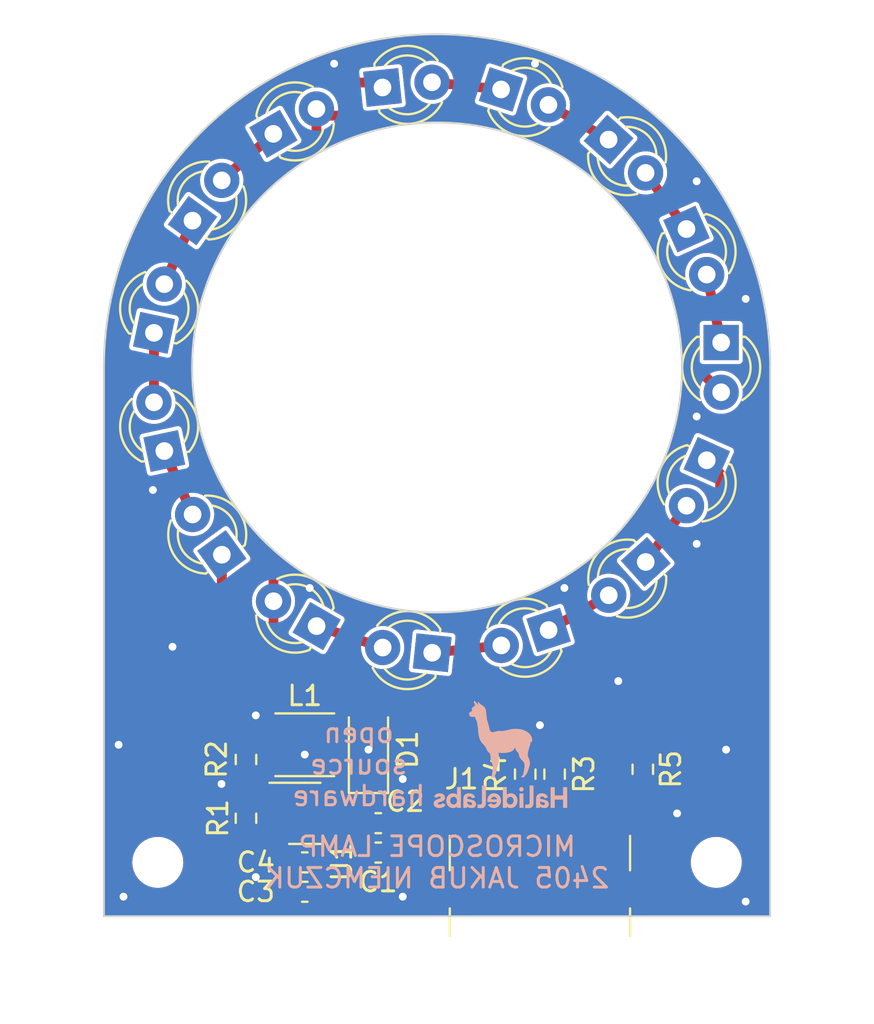
<source format=kicad_pcb>
(kicad_pcb (version 20221018) (generator pcbnew)
  (title_block (title "Microscope Lamp") (date "2024-02-04") (rev "1") (company "Jakub Niemczuk") (comment 1 "Halidelabs") (comment 2 "jakub@niemczuk.tech"))
  (layers (0 "F.Cu" signal) (31 "B.Cu" signal) (34 "B.Paste" user) (35 "F.Paste" user) (36 "B.SilkS" user "B.Silkscreen") (37 "F.SilkS" user "F.Silkscreen") (38 "B.Mask" user) (39 "F.Mask" user) (44 "Edge.Cuts" user))
  (net 0 "")
  (net 1 "Net-(D1-A)")
  (net 2 "Net-(U1-EN)")
  (net 3 "Net-(D1-K)")
  (net 4 "Net-(D3-K)")
  (net 5 "Net-(D4-K)")
  (net 6 "Net-(D5-K)")
  (net 7 "Net-(D6-K)")
  (net 8 "Net-(D7-K)")
  (net 9 "Net-(D8-K)")
  (net 10 "Net-(D10-A)")
  (net 11 "Net-(D10-K)")
  (net 12 "Net-(D11-K)")
  (net 13 "Net-(J1-CC1)")
  (net 14 "Net-(J1-CC2)")
  (net 15 "Net-(D12-K)")
  (net 16 "Net-(D13-K)")
  (net 17 "Net-(D14-K)")
  (net 18 "Net-(D15-K)")
  (net 19 "Net-(D16-K)")
  (net 20 "Net-(D2-K)")
  (net 21 "GND")
  (footprint "LED_THT:LED_D3.0mm" (layer "F.Cu") (at 137.519827 92.508611 54)
    (fp_text reference "D8" hide)
    (fp_text value "LED")
  )
  (footprint "Resistor_SMD:R_0603_1608Metric" (layer "F.Cu") (at 156 120.75 90)
    (fp_text reference "R3")
    (fp_text value "5k1")
  )
  (footprint "MountingHole:MountingHole_2.1mm" (layer "F.Cu") (at 164.25 125.25)
    (fp_text reference "H2" hide)
    (fp_text value "MountingHole_2.1mm")
  )
  (footprint "LED_THT:LED_D3.0mm" (layer "F.Cu") (at 147.216322 85.712706 6)
    (fp_text reference "D6" hide)
    (fp_text value "LED")
  )
  (footprint "Capacitor_SMD:C_0603_1608Metric" (layer "F.Cu") (at 143.25 125.25 180)
    (fp_text reference "C4")
    (fp_text value "1n")
  )
  (footprint "Diode_SMD:D_SOD-123F" (layer "F.Cu") (at 146.5 119.5 90)
    (fp_text reference "D1")
    (fp_text value "DSS18UTR")
  )
  (footprint "LED_THT:LED_D3.0mm" (layer "F.Cu") (at 135.551772 98.232419 78)
    (fp_text reference "D9" hide)
    (fp_text value "LED")
  )
  (footprint "MountingHole:MountingHole_2.1mm" (layer "F.Cu") (at 135.75 125.25)
    (fp_text reference "H1" hide)
    (fp_text value "MountingHole_2.1mm")
  )
  (footprint "Resistor_SMD:R_0603_1608Metric" (layer "F.Cu") (at 140.25 123 90)
    (fp_text reference "R1")
    (fp_text value "5R")
  )
  (footprint "Resistor_SMD:R_0603_1608Metric" (layer "F.Cu") (at 140.25 120 -90)
    (fp_text reference "R2")
    (fp_text value "5R")
  )
  (footprint "LED_THT:LED_D3.0mm" (layer "F.Cu") (at 162.72782 92.937548 -66)
    (fp_text reference "D3" hide)
    (fp_text value "LED")
  )
  (footprint "LED_THT:LED_D3.0mm" (layer "F.Cu") (at 139.01868 109.554383 126)
    (fp_text reference "D11" hide)
    (fp_text value "LED")
  )
  (footprint "Capacitor_SMD:C_0603_1608Metric" (layer "F.Cu") (at 143.25 126.75 180)
    (fp_text reference "C3")
    (fp_text value "1µ")
  )
  (footprint "LED_THT:LED_D3.0mm" (layer "F.Cu") (at 164.5 98.725 -90)
    (fp_text reference "D2" hide)
    (fp_text value "LED")
  )
  (footprint "Connector_USB:USB_C_Receptacle_GCT_USB4135-GF-A_6P_TopMnt_Horizontal" (layer "F.Cu") (at 155.25 126)
    (fp_text reference "J1")
    (fp_text value "USB_C_Receptacle_PowerOnly_6P")
  )
  (footprint "LED_THT:LED_D3.0mm" (layer "F.Cu") (at 141.645818 88.080132 30)
    (fp_text reference "D7" hide)
    (fp_text value "LED")
  )
  (footprint "LED_THT:LED_D3.0mm" (layer "F.Cu") (at 153.268149 85.815684 -18)
    (fp_text reference "D5" hide)
    (fp_text value "LED")
  )
  (footprint "LED_THT:LED_D3.0mm" (layer "F.Cu") (at 163.764998 104.732911 -114)
    (fp_text reference "D16" hide)
    (fp_text value "LED")
  )
  (footprint "Resistor_SMD:R_0603_1608Metric" (layer "F.Cu") (at 160.5 120.5 -90)
    (fp_text reference "R5")
    (fp_text value "5R")
  )
  (footprint "LED_THT:LED_D3.0mm" (layer "F.Cu") (at 160.649903 109.922458 -138)
    (fp_text reference "D15" hide)
    (fp_text value "LED")
  )
  (footprint "Package_TO_SOT_SMD:TSOT-23-6" (layer "F.Cu") (at 143.25 122.75)
    (fp_text reference "U1")
    (fp_text value "AP5724WG")
  )
  (footprint "LED_THT:LED_D3.0mm" (layer "F.Cu") (at 149.752353 114.553841 174)
    (fp_text reference "D13" hide)
    (fp_text value "LED")
  )
  (footprint "LED_THT:LED_D3.0mm" (layer "F.Cu") (at 136.081947 104.261858 102)
    (fp_text reference "D10" hide)
    (fp_text value "LED")
  )
  (footprint "LED_THT:LED_D3.0mm" (layer "F.Cu") (at 143.854182 113.194868 150)
    (fp_text reference "D12" hide)
    (fp_text value "LED")
  )
  (footprint "Inductor_SMD:L_Taiyo-Yuden_NR-30xx" (layer "F.Cu") (at 143.25 119.25 180)
    (fp_text reference "L1")
    (fp_text value "22µ")
  )
  (footprint "LED_THT:LED_D3.0mm" (layer "F.Cu") (at 155.693343 113.396323 -162)
    (fp_text reference "D14" hide)
    (fp_text value "LED")
  )
  (footprint "Capacitor_SMD:C_0603_1608Metric" (layer "F.Cu") (at 147 123.25)
    (fp_text reference "C2")
    (fp_text value "1n")
  )
  (footprint "Capacitor_SMD:C_0603_1608Metric" (layer "F.Cu") (at 147 124.75)
    (fp_text reference "C1")
    (fp_text value "1µ")
  )
  (footprint "LED_THT:LED_D3.0mm" (layer "F.Cu") (at 158.754884 88.371259 -42)
    (fp_text reference "D4" hide)
    (fp_text value "LED")
  )
  (footprint "Resistor_SMD:R_0603_1608Metric" (layer "F.Cu") (at 154.5 120.75 90)
    (fp_text reference "R4")
    (fp_text value "5k1")
  )
  (gr_poly (pts (xy 155.352201 121.725039) (xy 155.322567 121.72591) (xy 155.293571 121.728587) (xy 155.26539 121.733168) (xy 155.2382 121.739751) (xy 155.225031 121.743824) (xy 155.212175 121.748435) (xy 155.199655 121.753595) (xy 155.187492 121.759317) (xy 155.175709 121.765613) (xy 155.164326 121.772495) (xy 155.153367 121.779975) (xy 155.142853 121.788067) (xy 155.132806 121.796781) (xy 155.123249 121.80613) (xy 155.114202 121.816127) (xy 155.105688 121.826784) (xy 155.097729 121.838113) (xy 155.090348 121.850126) (xy 155.083564 121.862835) (xy 155.077402 121.876253) (xy 155.071883 121.890392) (xy 155.067028 121.905265) (xy 155.06286 121.920882) (xy 155.0594 121.937258) (xy 155.056671 121.954403) (xy 155.054695 121.97233) (xy 155.053493 121.991052) (xy 155.053087 122.01058) (xy 155.053087 122.467674) (xy 155.25348 122.467674) (xy 155.25348 122.399335) (xy 155.265879 122.410641) (xy 155.273702 122.416913) (xy 155.282619 122.423444) (xy 155.29264 122.430118) (xy 155.303772 122.436819) (xy 155.316026 122.443432) (xy 155.32941 122.44984) (xy 155.343932 122.455927) (xy 155.359602 122.461579) (xy 155.376428 122.466678) (xy 155.39442 122.471111) (xy 155.413586 122.474759) (xy 155.433935 122.477509) (xy 155.455475 122.479244) (xy 155.478217 122.479848) (xy 155.49141 122.479631) (xy 155.504227 122.478985) (xy 155.516667 122.477916) (xy 155.528729 122.476433) (xy 155.540411 122.474541) (xy 155.55171 122.472248) (xy 155.562626 122.469561) (xy 155.573157 122.466486) (xy 155.583301 122.46303) (xy 155.593056 122.459202) (xy 155.60242 122.455006) (xy 155.611393 122.450451) (xy 155.619973 122.445544) (xy 155.628157 122.440291) (xy 155.635944 122.434699) (xy 155.643332 122.428775) (xy 155.65032 122.422527) (xy 155.656907 122.415961) (xy 155.663089 122.409084) (xy 155.668866 122.401903) (xy 155.674237 122.394425) (xy 155.679199 122.386657) (xy 155.68375 122.378606) (xy 155.68789 122.370279) (xy 155.691616 122.361683) (xy 155.694926 122.352825) (xy 155.69782 122.343711) (xy 155.700295 122.33435) (xy 155.70235 122.324747) (xy 155.703983 122.314909) (xy 155.705192 122.304845) (xy 155.705976 122.29456) (xy 155.705657 122.27991) (xy 155.704786 122.266977) (xy 155.501835 122.266977) (xy 155.501731 122.270673) (xy 155.501405 122.274335) (xy 155.500862 122.277957) (xy 155.500104 122.281529) (xy 155.499135 122.285046) (xy 155.497958 122.288498) (xy 155.496722 122.291558) (xy 155.495297 122.294477) (xy 155.493688 122.297256) (xy 155.491902 122.299897) (xy 155.489945 122.302402) (xy 155.487822 122.304771) (xy 155.48554 122.307007) (xy 155.483106 122.30911) (xy 155.480524 122.311082) (xy 155.477802 122.312924) (xy 155.47196 122.316224) (xy 155.465628 122.319022) (xy 155.458855 122.321329) (xy 155.451691 122.323155) (xy 155.444184 122.324513) (xy 155.436384 122.325411) (xy 155.428338 122.325863) (xy 155.420097 122.325878) (xy 155.411709 122.325469) (xy 155.403223 122.324645) (xy 155.394688 122.323418) (xy 155.387354 122.322132) (xy 155.380158 122.320558) (xy 155.373106 122.318702) (xy 155.366203 122.316571) (xy 155.359452 122.314169) (xy 155.352861 122.311503) (xy 155.346433 122.308578) (xy 155.340173 122.3054) (xy 155.334087 122.301976) (xy 155.328179 122.29831) (xy 155.322455 122.29441) (xy 155.316919 122.290279) (xy 155.311576 122.285926) (xy 155.306433 122.281354) (xy 155.301492 122.276571) (xy 155.29676 122.271582) (xy 155.292242 122.266392) (xy 155.287942 122.261008) (xy 155.283865 122.255435) (xy 155.280017 122.24968) (xy 155.276403 122.243748) (xy 155.273027 122.237644) (xy 155.269894 122.231376) (xy 155.26701 122.224948) (xy 155.264379 122.218366) (xy 155.262007 122.211636) (xy 155.259898 122.204765) (xy 155.258057 122.197758) (xy 155.25649 122.19062) (xy 155.255202 122.183358) (xy 155.254197 122.175977) (xy 155.25348 122.168483) (xy 155.25348 122.145729) (xy 155.298855 122.155604) (xy 155.350226 122.167517) (xy 155.415966 122.183694) (xy 155.422786 122.185628) (xy 155.429298 122.187724) (xy 155.435505 122.189973) (xy 155.44141 122.19237) (xy 155.447017 122.194905) (xy 155.45233 122.197572) (xy 155.457351 122.200363) (xy 155.462084 122.20327) (xy 155.466533 122.206287) (xy 155.4707 122.209405) (xy 155.474589 122.212617) (xy 155.478203 122.215915) (xy 155.481546 122.219293) (xy 155.484621 122.222742) (xy 155.487432 122.226255) (xy 155.489981 122.229825) (xy 155.492272 122.233443) (xy 155.494308 122.237103) (xy 155.496094 122.240798) (xy 155.497631 122.244518) (xy 155.498924 122.248258) (xy 155.499975 122.252009) (xy 155.500789 122.255764) (xy 155.501368 122.259515) (xy 155.501715 122.263256) (xy 155.501835 122.266977) (xy 155.704786 122.266977) (xy 155.70471 122.26585) (xy 155.703146 122.252367) (xy 155.700976 122.239444) (xy 155.698212 122.227068) (xy 155.694866 122.215223) (xy 155.690949 122.203894) (xy 155.686474 122.193068) (xy 155.681451 122.182729) (xy 155.675893 122.172863) (xy 155.669811 122.163454) (xy 155.663216 122.154488) (xy 155.656122 122.14595) (xy 155.648538 122.137826) (xy 155.640478 122.130101) (xy 155.631952 122.122759) (xy 155.622972 122.115787) (xy 155.61355 122.109169) (xy 155.593427 122.096937) (xy 155.571675 122.085947) (xy 155.548388 122.076079) (xy 155.52366 122.067216) (xy 155.497584 122.05924) (xy 155.470253 122.052033) (xy 155.44176 122.045476) (xy 155.419531 122.040655) (xy 155.398932 122.036375) (xy 155.362455 122.029036) (xy 155.346493 122.025777) (xy 155.331992 122.022658) (xy 155.318911 122.019579) (xy 155.307206 122.01644) (xy 155.301856 122.014817) (xy 155.296835 122.013141) (xy 155.292137 122.0114) (xy 155.287757 122.009582) (xy 155.28369 122.007673) (xy 155.279929 122.005662) (xy 155.276471 122.003536) (xy 155.273309 122.001283) (xy 155.270439 121.998889) (xy 155.267855 121.996343) (xy 155.265551 121.993632) (xy 155.263524 121.990743) (xy 155.261766 121.987664) (xy 155.260274 121.984382) (xy 155.259041 121.980885) (xy 155.258063 121.97716) (xy 155.257234 121.973028) (xy 155.256737 121.968896) (xy 155.256565 121.964773) (xy 155.256714 121.960669) (xy 155.257176 121.956593) (xy 155.257946 121.952554) (xy 155.259017 121.948561) (xy 155.260383 121.944623) (xy 155.262039 121.94075) (xy 155.263977 121.93695) (xy 155.266193 121.933233) (xy 155.268679 121.929609) (xy 155.27143 121.926085) (xy 155.27444 121.922672) (xy 155.277702 121.919378) (xy 155.28121 121.916213) (xy 155.284959 121.913186) (xy 155.288941 121.910307) (xy 155.293152 121.907583) (xy 155.297584 121.905024) (xy 155.302233 121.902641) (xy 155.307091 121.900441) (xy 155.312152 121.898434) (xy 155.317411 121.896629) (xy 155.322861 121.895035) (xy 155.328496 121.893662) (xy 155.33431 121.892518) (xy 155.340297 121.891613) (xy 155.34645 121.890956) (xy 155.352765 121.890556) (xy 155.359234 121.890423) (xy 155.365851 121.890565) (xy 155.377342 121.891172) (xy 155.382945 121.891716) (xy 155.388448 121.89242) (xy 155.393847 121.893284) (xy 155.39914 121.894309) (xy 155.404322 121.895493) (xy 155.409389 121.896838) (xy 155.414339 121.898343) (xy 155.419167 121.900008) (xy 155.42387 121.901833) (xy 155.428444 121.903819) (xy 155.432886 121.905964) (xy 155.437191 121.90827) (xy 155.441357 121.910736) (xy 155.44538 121.913362) (xy 155.449257 121.916148) (xy 155.452982 121.919095) (xy 155.456554 121.922201) (xy 155.459968 121.925468) (xy 155.46322 121.928895) (xy 155.466308 121.932482) (xy 155.469228 121.936229) (xy 155.471975 121.940137) (xy 155.474546 121.944204) (xy 155.476938 121.948432) (xy 155.479147 121.95282) (xy 155.48117 121.957367) (xy 155.483002 121.962076) (xy 155.48464 121.966944) (xy 155.486081 121.971972) (xy 155.487321 121.97716) (xy 155.655861 121.940701) (xy 155.652203 121.922513) (xy 155.646367 121.903967) (xy 155.638381 121.885273) (xy 155.628276 121.866644) (xy 155.61608 121.848289) (xy 155.601821 121.830422) (xy 155.585529 121.813253) (xy 155.567234 121.796994) (xy 155.546963 121.781856) (xy 155.524746 121.768051) (xy 155.512917 121.761714) (xy 155.500612 121.755789) (xy 155.487835 121.750303) (xy 155.47459 121.745283) (xy 155.46088 121.740754) (xy 155.446709 121.736743) (xy 155.43208 121.733277) (xy 155.416998 121.730382) (xy 155.401465 121.728084) (xy 155.385486 121.72641) (xy 155.369063 121.725386) (xy 155.352201 121.725039)) (fill solid) (layer "B.SilkS"))
  (gr_poly (pts (xy 156.430431 121.835717) (xy 156.007093 121.835717) (xy 156.007092 121.412378) (xy 155.795428 121.412378) (xy 155.795428 122.470711) (xy 156.007092 122.470711) (xy 156.007092 122.047381) (xy 156.430431 122.047381) (xy 156.430431 122.470711) (xy 156.642095 122.470711) (xy 156.642095 121.412378) (xy 156.430431 121.412378)) (fill solid) (layer "B.SilkS"))
  (gr_poly (pts (xy 154.206104 122.467674) (xy 154.408057 122.467674) (xy 154.408058 121.735675) (xy 154.206104 121.735675)) (fill solid) (layer "B.SilkS"))
  (gr_poly (pts (xy 151.639034 121.725039) (xy 151.609405 121.72591) (xy 151.580415 121.728587) (xy 151.552238 121.733168) (xy 151.525051 121.739751) (xy 151.511883 121.743824) (xy 151.499029 121.748435) (xy 151.48651 121.753595) (xy 151.474348 121.759317) (xy 151.462566 121.765613) (xy 151.451184 121.772495) (xy 151.440226 121.779975) (xy 151.429713 121.788067) (xy 151.419667 121.796781) (xy 151.410109 121.80613) (xy 151.401063 121.816127) (xy 151.39255 121.826784) (xy 151.384591 121.838113) (xy 151.377209 121.850126) (xy 151.370427 121.862835) (xy 151.364264 121.876253) (xy 151.358745 121.890392) (xy 151.35389 121.905265) (xy 151.349722 121.920882) (xy 151.346263 121.937258) (xy 151.343534 121.954403) (xy 151.341557 121.97233) (xy 151.340355 121.991052) (xy 151.33995 122.01058) (xy 151.33995 122.467674) (xy 151.540372 122.467674) (xy 151.540372 122.399335) (xy 151.55276 122.410641) (xy 151.560579 122.416913) (xy 151.569494 122.423444) (xy 151.579511 122.430118) (xy 151.590642 122.436819) (xy 151.602894 122.443432) (xy 151.616276 122.44984) (xy 151.630798 122.455927) (xy 151.646467 122.461579) (xy 151.663293 122.466678) (xy 151.681285 122.471111) (xy 151.700452 122.474759) (xy 151.720802 122.477509) (xy 151.742344 122.479244) (xy 151.765087 122.479848) (xy 151.778282 122.479631) (xy 151.791101 122.478985) (xy 151.803543 122.477916) (xy 151.815606 122.476433) (xy 151.827288 122.474541) (xy 151.838588 122.472248) (xy 151.849504 122.469561) (xy 151.860035 122.466486) (xy 151.870179 122.46303) (xy 151.879933 122.459202) (xy 151.889298 122.455006) (xy 151.89827 122.450451) (xy 151.906848 122.445544) (xy 151.915031 122.440291) (xy 151.922816 122.434699) (xy 151.930203 122.428775) (xy 151.93719 122.422527) (xy 151.943774 122.415961) (xy 151.949955 122.409084) (xy 151.95573 122.401903) (xy 151.961098 122.394425) (xy 151.966058 122.386657) (xy 151.970607 122.378606) (xy 151.974744 122.370279) (xy 151.978467 122.361683) (xy 151.981775 122.352825) (xy 151.984666 122.343711) (xy 151.987139 122.33435) (xy 151.989191 122.324747) (xy 151.990821 122.314909) (xy 151.992027 122.304845) (xy 151.992809 122.29456) (xy 151.99249 122.27991) (xy 151.991619 122.266977) (xy 151.7887 122.266977) (xy 151.788595 122.270673) (xy 151.788269 122.274335) (xy 151.787725 122.277957) (xy 151.786967 122.281529) (xy 151.785997 122.285046) (xy 151.78482 122.288498) (xy 151.783584 122.291558) (xy 151.782159 122.294477) (xy 151.780551 122.297256) (xy 151.778765 122.299897) (xy 151.776808 122.302402) (xy 151.774685 122.304771) (xy 151.772404 122.307007) (xy 151.769969 122.30911) (xy 151.767388 122.311082) (xy 151.764666 122.312924) (xy 151.758824 122.316224) (xy 151.752493 122.319022) (xy 151.745722 122.321329) (xy 151.738559 122.323155) (xy 151.731055 122.324513) (xy 151.723256 122.325411) (xy 151.715214 122.325863) (xy 151.706976 122.325878) (xy 151.698592 122.325469) (xy 151.690111 122.324645) (xy 151.681582 122.323418) (xy 151.674245 122.322132) (xy 151.667048 122.320558) (xy 151.659994 122.318702) (xy 151.653088 122.316571) (xy 151.646336 122.314169) (xy 151.639743 122.311503) (xy 151.633313 122.308578) (xy 151.627052 122.3054) (xy 151.620965 122.301976) (xy 151.615056 122.29831) (xy 151.609331 122.29441) (xy 151.603794 122.290279) (xy 151.598451 122.285926) (xy 151.593307 122.281354) (xy 151.588366 122.276571) (xy 151.583634 122.271582) (xy 151.579115 122.266392) (xy 151.574815 122.261008) (xy 151.570739 122.255435) (xy 151.566891 122.24968) (xy 151.563277 122.243748) (xy 151.559902 122.237644) (xy 151.55677 122.231376) (xy 151.553886 122.224948) (xy 151.551257 122.218366) (xy 151.548886 122.211636) (xy 151.546779 122.204765) (xy 151.54494 122.197758) (xy 151.543375 122.19062) (xy 151.542088 122.183358) (xy 151.541085 122.175977) (xy 151.540371 122.168483) (xy 151.540371 122.145729) (xy 151.585721 122.155604) (xy 151.637082 122.167517) (xy 151.70283 122.183694) (xy 151.70965 122.185628) (xy 151.716162 122.187724) (xy 151.722368 122.189973) (xy 151.728274 122.19237) (xy 151.733881 122.194905) (xy 151.739194 122.197572) (xy 151.744215 122.200363) (xy 151.748949 122.20327) (xy 151.753397 122.206287) (xy 151.757564 122.209405) (xy 151.761454 122.212617) (xy 151.765068 122.215915) (xy 151.768411 122.219293) (xy 151.771486 122.222742) (xy 151.774297 122.226255) (xy 151.776846 122.229825) (xy 151.779137 122.233443) (xy 151.781174 122.237103) (xy 151.782959 122.240798) (xy 151.784496 122.244518) (xy 151.785789 122.248258) (xy 151.786841 122.252009) (xy 151.787654 122.255764) (xy 151.788233 122.259515) (xy 151.788581 122.263256) (xy 151.7887 122.266977) (xy 151.991619 122.266977) (xy 151.991543 122.26585) (xy 151.989979 122.252367) (xy 151.98781 122.239444) (xy 151.985047 122.227068) (xy 151.981701 122.215223) (xy 151.977785 122.203894) (xy 151.973311 122.193068) (xy 151.968289 122.182729) (xy 151.962732 122.172863) (xy 151.956651 122.163454) (xy 151.950059 122.154488) (xy 151.942965 122.14595) (xy 151.935383 122.137826) (xy 151.927324 122.130101) (xy 151.918799 122.122759) (xy 151.909821 122.115787) (xy 151.9004 122.109169) (xy 151.880279 122.096937) (xy 151.85853 122.085947) (xy 151.835245 122.076079) (xy 151.810519 122.067216) (xy 151.784444 122.05924) (xy 151.757114 122.052033) (xy 151.728622 122.045476) (xy 151.706393 122.040655) (xy 151.685794 122.036375) (xy 151.649318 122.029036) (xy 151.633357 122.025777) (xy 151.618857 122.022658) (xy 151.605775 122.019579) (xy 151.594071 122.01644) (xy 151.588722 122.014817) (xy 151.583701 122.013141) (xy 151.579003 122.0114) (xy 151.574623 122.009582) (xy 151.570555 122.007673) (xy 151.566795 122.005662) (xy 151.563336 122.003536) (xy 151.560174 122.001283) (xy 151.557304 121.998889) (xy 151.55472 121.996343) (xy 151.552416 121.993632) (xy 151.550388 121.990743) (xy 151.54863 121.987664) (xy 151.547137 121.984382) (xy 151.545904 121.980885) (xy 151.544925 121.97716) (xy 151.544096 121.973028) (xy 151.543599 121.968896) (xy 151.543428 121.964773) (xy 151.543577 121.960669) (xy 151.544039 121.956593) (xy 151.544809 121.952554) (xy 151.54588 121.948561) (xy 151.547247 121.944623) (xy 151.548902 121.94075) (xy 151.550841 121.93695) (xy 151.553057 121.933233) (xy 151.555543 121.929609) (xy 151.558294 121.926085) (xy 151.561304 121.922672) (xy 151.564566 121.919378) (xy 151.568074 121.916213) (xy 151.571823 121.913186) (xy 151.575806 121.910307) (xy 151.580016 121.907583) (xy 151.584449 121.905024) (xy 151.589097 121.902641) (xy 151.593955 121.900441) (xy 151.599016 121.898434) (xy 151.604275 121.896629) (xy 151.609725 121.895035) (xy 151.61536 121.893662) (xy 151.621174 121.892518) (xy 151.627161 121.891613) (xy 151.633315 121.890956) (xy 151.639629 121.890556) (xy 151.646098 121.890423) (xy 151.652716 121.890565) (xy 151.664206 121.891172) (xy 151.669809 121.891716) (xy 151.675312 121.89242) (xy 151.680711 121.893284) (xy 151.686003 121.894309) (xy 151.691185 121.895493) (xy 151.696252 121.896838) (xy 151.701202 121.898343) (xy 151.70603 121.900008) (xy 151.710732 121.901833) (xy 151.715307 121.903819) (xy 151.719748 121.905964) (xy 151.724054 121.90827) (xy 151.72822 121.910736) (xy 151.732243 121.913362) (xy 151.736119 121.916148) (xy 151.739845 121.919095) (xy 151.743416 121.922201) (xy 151.74683 121.925468) (xy 151.750083 121.928895) (xy 151.75317 121.932482) (xy 151.75609 121.936229) (xy 151.758837 121.940137) (xy 151.761408 121.944204) (xy 151.7638 121.948432) (xy 151.766009 121.95282) (xy 151.768032 121.957367) (xy 151.769864 121.962076) (xy 151.771502 121.966944) (xy 151.772943 121.971972) (xy 151.774183 121.97716) (xy 151.942726 121.940701) (xy 151.939062 121.922513) (xy 151.933222 121.903967) (xy 151.925234 121.885273) (xy 151.915127 121.866644) (xy 151.902929 121.848289) (xy 151.88867 121.830422) (xy 151.872378 121.813253) (xy 151.854082 121.796994) (xy 151.833811 121.781856) (xy 151.811594 121.768051) (xy 151.799765 121.761714) (xy 151.78746 121.755789) (xy 151.774682 121.750303) (xy 151.761436 121.745283) (xy 151.747726 121.740754) (xy 151.733554 121.736743) (xy 151.718924 121.733277) (xy 151.70384 121.730382) (xy 151.688305 121.728084) (xy 151.672324 121.72641) (xy 151.655899 121.725386) (xy 151.639034 121.725039)) (fill solid) (layer "B.SilkS"))
  (gr_poly (pts (xy 151.917849 117.020374) (xy 151.914015 117.020536) (xy 151.909971 117.020801) (xy 151.905947 117.021226) (xy 151.90199 117.02184) (xy 151.898148 117.022671) (xy 151.894468 117.023746) (xy 151.892703 117.024385) (xy 151.890998 117.025095) (xy 151.889356 117.025881) (xy 151.887785 117.026745) (xy 151.88629 117.027692) (xy 151.884877 117.028725) (xy 151.883553 117.029848) (xy 151.882322 117.031064) (xy 151.881191 117.032376) (xy 151.880167 117.033788) (xy 151.879254 117.035304) (xy 151.878459 117.036927) (xy 151.877788 117.038661) (xy 151.877246 117.040509) (xy 151.876841 117.042474) (xy 151.876577 117.044561) (xy 151.87646 117.046773) (xy 151.876497 117.049114) (xy 151.876693 117.051586) (xy 151.877055 117.054193) (xy 151.877588 117.05694) (xy 151.878298 117.059829) (xy 151.883078 117.0757) (xy 151.890365 117.097906) (xy 151.908581 117.150905) (xy 151.932456 117.218312) (xy 151.94714 117.257205) (xy 151.923067 117.268992) (xy 151.911244 117.275373) (xy 151.897925 117.283009) (xy 151.883523 117.29184) (xy 151.868449 117.301806) (xy 151.853117 117.312847) (xy 151.837939 117.324904) (xy 151.823327 117.337918) (xy 151.816362 117.344764) (xy 151.809694 117.351828) (xy 151.803374 117.3591) (xy 151.797454 117.366574) (xy 151.791984 117.374243) (xy 151.787017 117.382098) (xy 151.782605 117.390133) (xy 151.778798 117.398339) (xy 151.775649 117.40671) (xy 151.773208 117.415238) (xy 151.772252 117.41754) (xy 151.770228 117.423975) (xy 151.769211 117.42852) (xy 151.768402 117.433834) (xy 151.767959 117.439827) (xy 151.768041 117.446411) (xy 151.768805 117.453498) (xy 151.769493 117.457202) (xy 151.77041 117.460999) (xy 151.771578 117.464877) (xy 151.773015 117.468826) (xy 151.774741 117.472834) (xy 151.776777 117.47689) (xy 151.779142 117.480983) (xy 151.781855 117.485103) (xy 151.784937 117.489238) (xy 151.788407 117.493377) (xy 151.792286 117.497509) (xy 151.796592 117.501623) (xy 151.801346 117.505708) (xy 151.806567 117.509753) (xy 151.789934 117.518782) (xy 151.772083 117.528896) (xy 151.750492 117.541703) (xy 151.727122 117.556421) (xy 151.715382 117.564253) (xy 151.703933 117.57227) (xy 151.693019 117.580373) (xy 151.682886 117.588467) (xy 151.673779 117.596453) (xy 151.665944 117.604233) (xy 151.663638 117.605233) (xy 151.66106 117.606495) (xy 151.657801 117.608276) (xy 151.654063 117.610586) (xy 151.650048 117.613431) (xy 151.645959 117.616821) (xy 151.64395 117.618723) (xy 151.641998 117.620764) (xy 151.640129 117.622945) (xy 151.638367 117.625268) (xy 151.636738 117.627733) (xy 151.635268 117.630341) (xy 151.633981 117.633094) (xy 151.632903 117.635992) (xy 151.632059 117.639037) (xy 151.631474 117.64223) (xy 151.631175 117.645571) (xy 151.631185 117.649062) (xy 151.63153 117.652704) (xy 151.632235 117.656497) (xy 151.633327 117.660443) (xy 151.634829 117.664544) (xy 151.636768 117.668799) (xy 151.639168 117.67321) (xy 151.641356 117.677998) (xy 151.643402 117.683236) (xy 151.644463 117.686349) (xy 151.645473 117.689707) (xy 151.646374 117.693249) (xy 151.64711 117.696912) (xy 151.647622 117.700634) (xy 151.647854 117.704353) (xy 151.647846 117.706192) (xy 151.647748 117.708007) (xy 151.64755 117.70979) (xy 151.647247 117.711533) (xy 151.64683 117.713229) (xy 151.646293 117.714869) (xy 151.645629 117.716447) (xy 151.644831 117.717953) (xy 151.644006 117.719523) (xy 151.643267 117.72128) (xy 151.64262 117.723207) (xy 151.64207 117.725288) (xy 151.641622 117.727507) (xy 151.641284 117.729847) (xy 151.641059 117.732291) (xy 151.640955 117.734824) (xy 151.640976 117.737429) (xy 151.641129 117.74009) (xy 151.64142 117.742789) (xy 151.641853 117.745511) (xy 151.642435 117.74824) (xy 151.643171 117.750958) (xy 151.644068 117.75365) (xy 151.64513 117.756299) (xy 151.646364 117.758888) (xy 151.647775 117.761402) (xy 151.64937 117.763823) (xy 151.651153 117.766136) (xy 151.65313 117.768324) (xy 151.655308 117.77037) (xy 151.657692 117.772258) (xy 151.660288 117.773972) (xy 151.663101 117.775496) (xy 151.666137 117.776812) (xy 151.669402 117.777904) (xy 151.672901 117.778757) (xy 151.676641 117.779353) (xy 151.680627 117.779677) (xy 151.684865 117.779711) (xy 151.68936 117.77944) (xy 151.689222 117.78165) (xy 151.689289 117.784177) (xy 151.689659 117.787441) (xy 151.69049 117.791285) (xy 151.691943 117.79555) (xy 151.694177 117.80008) (xy 151.695636 117.802395) (xy 151.69735 117.804716) (xy 151.699338 117.807025) (xy 151.701621 117.809301) (xy 151.704219 117.811525) (xy 151.707151 117.813678) (xy 151.710438 117.815738) (xy 151.714099 117.817687) (xy 151.718154 117.819505) (xy 151.722623 117.821173) (xy 151.727526 117.82267) (xy 151.732883 117.823976) (xy 151.738713 117.825073) (xy 151.745038 117.82594) (xy 151.751876 117.826558) (xy 151.759247 117.826907) (xy 151.767172 117.826967) (xy 151.77567 117.826718) (xy 151.792873 117.826001) (xy 151.809286 117.825501) (xy 151.824887 117.825238) (xy 151.839656 117.825234) (xy 151.853569 117.82551) (xy 151.866606 117.826088) (xy 151.878745 117.826988) (xy 151.889964 117.828232) (xy 151.900241 117.82984) (xy 151.909554 117.831836) (xy 151.913843 117.832985) (xy 151.917883 117.834238) (xy 151.921671 117.835599) (xy 151.925205 117.837069) (xy 151.928482 117.838652) (xy 151.931499 117.84035) (xy 151.934253 117.842166) (xy 151.936742 117.844103) (xy 151.938963 117.846162) (xy 151.940914 117.848347) (xy 151.942591 117.850661) (xy 151.943992 117.853105) (xy 151.946284 117.858207) (xy 151.948162 117.86347) (xy 151.949699 117.868886) (xy 151.95097 117.87445) (xy 151.953018 117.885997) (xy 151.954907 117.898061) (xy 151.95598 117.904273) (xy 151.957238 117.910595) (xy 151.958756 117.917023) (xy 151.960611 117.92355) (xy 151.962876 117.930169) (xy 151.965628 117.936875) (xy 151.96894 117.943661) (xy 151.97289 117.950522) (xy 151.981994 117.965592) (xy 151.991842 117.982844) (xy 152.001956 118.001773) (xy 152.011858 118.02188) (xy 152.01658 118.032218) (xy 152.021069 118.042661) (xy 152.025266 118.053148) (xy 152.029111 118.063615) (xy 152.032544 118.074) (xy 152.035505 118.084239) (xy 152.037935 118.09427) (xy 152.039773 118.104031) (xy 152.086363 118.386003) (xy 152.094157 118.527545) (xy 152.103788 118.629466) (xy 152.110965 118.684994) (xy 152.12007 118.74234) (xy 152.131366 118.800584) (xy 152.14512 118.858806) (xy 152.161597 118.916085) (xy 152.181061 118.971502) (xy 152.203777 119.024137) (xy 152.230011 119.07307) (xy 152.24453 119.09586) (xy 152.260027 119.117379) (xy 152.276537 119.137513) (xy 152.294091 119.156146) (xy 152.311787 119.173919) (xy 152.32868 119.1915) (xy 152.344789 119.208874) (xy 152.360132 119.226025) (xy 152.388602 119.25959) (xy 152.414242 119.292065) (xy 152.437208 119.323319) (xy 152.457654 119.353221) (xy 152.475733 119.381641) (xy 152.491601 119.408447) (xy 152.505412 119.433508) (xy 152.517319 119.456695) (xy 152.527477 119.477875) (xy 152.53604 119.496918) (xy 152.55743 119.549108) (xy 152.561255 119.557183) (xy 152.566075 119.565712) (xy 152.571786 119.574589) (xy 152.578285 119.58371) (xy 152.58547 119.592971) (xy 152.593238 119.602267) (xy 152.601487 119.611493) (xy 152.610112 119.620544) (xy 152.619012 119.629316) (xy 152.628084 119.637705) (xy 152.637224 119.645605) (xy 152.64633 119.652912) (xy 152.655299 119.659522) (xy 152.664028 119.665329) (xy 152.672415 119.67023) (xy 152.680356 119.674119) (xy 152.684078 119.67633) (xy 152.687577 119.679587) (xy 152.693966 119.689094) (xy 152.699653 119.702349) (xy 152.704766 119.719067) (xy 152.709432 119.738959) (xy 152.713782 119.761737) (xy 152.722044 119.8148) (xy 152.74042 119.942897) (xy 152.752591 120.013327) (xy 152.759871 120.049129) (xy 152.768121 120.08494) (xy 152.777077 120.119199) (xy 152.786264 120.150807) (xy 152.804612 120.207744) (xy 152.821725 120.2591) (xy 152.829368 120.283732) (xy 152.836163 120.308224) (xy 152.841929 120.332995) (xy 152.846486 120.358463) (xy 152.849654 120.385048) (xy 152.851254 120.413167) (xy 152.851105 120.443239) (xy 152.849027 120.475684) (xy 152.84484 120.510919) (xy 152.838365 120.549363) (xy 152.831221 120.587698) (xy 152.825096 120.622421) (xy 152.819913 120.653691) (xy 152.815596 120.681663) (xy 152.812067 120.706495) (xy 152.809249 120.728344) (xy 152.807064 120.747367) (xy 152.805437 120.763721) (xy 152.80429 120.777562) (xy 152.803546 120.789049) (xy 152.803128 120.798337) (xy 152.802959 120.805585) (xy 152.802961 120.810949) (xy 152.803058 120.814585) (xy 152.803228 120.817306) (xy 152.733005 120.924465) (xy 152.978803 120.924465) (xy 152.977433 120.912187) (xy 152.975411 120.89935) (xy 152.973976 120.89199) (xy 152.972224 120.884281) (xy 152.970128 120.876432) (xy 152.967664 120.868653) (xy 152.964806 120.861153) (xy 152.961527 120.854141) (xy 152.959722 120.850884) (xy 152.957803 120.847827) (xy 152.955765 120.844997) (xy 152.953606 120.84242) (xy 152.951323 120.840122) (xy 152.948912 120.838129) (xy 152.946371 120.836467) (xy 152.943695 120.835163) (xy 152.954942 120.818699) (xy 152.966841 120.798432) (xy 152.973728 120.785381) (xy 152.981002 120.77042) (xy 152.988482 120.753576) (xy 152.995987 120.734873) (xy 153.003338 120.714339) (xy 153.010355 120.691999) (xy 153.016858 120.667879) (xy 153.022667 120.642007) (xy 153.027601 120.614407) (xy 153.031481 120.585105) (xy 153.035166 120.555451) (xy 153.039571 120.5268) (xy 153.044595 120.499179) (xy 153.050133 120.472614) (xy 153.056083 120.44713) (xy 153.062343 120.422754) (xy 153.068808 120.399513) (xy 153.075377 120.377432) (xy 153.11927 120.2457) (xy 153.126751 120.211095) (xy 153.13519 120.155278) (xy 153.143353 120.083273) (xy 153.150006 120.000104) (xy 153.153916 119.910795) (xy 153.154456 119.865408) (xy 153.153848 119.820369) (xy 153.151937 119.776307) (xy 153.148569 119.73385) (xy 153.143589 119.693626) (xy 153.136844 119.656262) (xy 153.167869 119.660135) (xy 153.250741 119.667148) (xy 153.306836 119.669674) (xy 153.370153 119.670394) (xy 153.438777 119.668446) (xy 153.510797 119.662966) (xy 153.584298 119.65309) (xy 153.657367 119.637955) (xy 153.693142 119.628145) (xy 153.728091 119.616697) (xy 153.761976 119.603502) (xy 153.794557 119.588453) (xy 153.825594 119.571441) (xy 153.85485 119.55236) (xy 153.882084 119.531099) (xy 153.907058 119.507553) (xy 153.929532 119.481613) (xy 153.949268 119.45317) (xy 153.966025 119.422118) (xy 153.979565 119.388347) (xy 153.98637 119.410508) (xy 153.994381 119.434504) (xy 154.005026 119.463816) (xy 154.017974 119.495974) (xy 154.02521 119.512349) (xy 154.032898 119.528509) (xy 154.040997 119.544145) (xy 154.049467 119.558949) (xy 154.058265 119.572612) (xy 154.067352 119.584824) (xy 154.076521 119.595615) (xy 154.085561 119.605355) (xy 154.094426 119.614247) (xy 154.10307 119.622496) (xy 154.119508 119.63788) (xy 154.12721 119.645424) (xy 154.134505 119.65314) (xy 154.141347 119.661234) (xy 154.144584 119.665485) (xy 154.147691 119.669908) (xy 154.150661 119.674527) (xy 154.153489 119.679368) (xy 154.156169 119.684456) (xy 154.158696 119.689817) (xy 154.161063 119.695476) (xy 154.163265 119.70146) (xy 154.165296 119.707792) (xy 154.16715 119.714499) (xy 154.168821 119.721607) (xy 154.170304 119.729141) (xy 154.171593 119.737126) (xy 154.172682 119.745588) (xy 154.175129 119.763377) (xy 154.1786 119.781894) (xy 154.183212 119.801111) (xy 154.189085 119.821002) (xy 154.196337 119.841543) (xy 154.205085 119.862705) (xy 154.215448 119.884465) (xy 154.227545 119.906794) (xy 154.241493 119.929667) (xy 154.257412 119.953059) (xy 154.275418 119.976942) (xy 154.295631 120.001292) (xy 154.318169 120.026081) (xy 154.34315 120.051283) (xy 154.370693 120.076874) (xy 154.400915 120.102826) (xy 154.405592 120.108497) (xy 154.417265 120.126099) (xy 154.424619 120.139649) (xy 154.432395 120.156511) (xy 154.440151 120.176795) (xy 154.447444 120.200612) (xy 154.453832 120.228071) (xy 154.458873 120.259282) (xy 154.462124 120.294356) (xy 154.463143 120.333401) (xy 154.461488 120.376529) (xy 154.456716 120.423848) (xy 154.448386 120.47547) (xy 154.436054 120.531503) (xy 154.432265 120.557292) (xy 154.42156 120.622598) (xy 154.413924 120.664418) (xy 154.404932 120.709336) (xy 154.394707 120.755089) (xy 154.383373 120.799418) (xy 154.379745 120.801533) (xy 154.370151 120.807626) (xy 154.36372 120.812047) (xy 154.356524 120.817321) (xy 154.348802 120.823401) (xy 154.340798 120.830239) (xy 154.332753 120.837789) (xy 154.324908 120.846004) (xy 154.317505 120.854835) (xy 154.314045 120.859468) (xy 154.310787 120.864237) (xy 154.307759 120.869137) (xy 154.304994 120.874162) (xy 154.30252 120.879305) (xy 154.300368 120.884562) (xy 154.298569 120.889926) (xy 154.297152 120.89539) (xy 154.296148 120.900951) (xy 154.295587 120.9066) (xy 154.453596 120.9066) (xy 154.45446 120.906203) (xy 154.455401 120.905636) (xy 154.456557 120.90476) (xy 154.457838 120.903528) (xy 154.459149 120.901893) (xy 154.460398 120.899809) (xy 154.461494 120.897227) (xy 154.461954 120.895735) (xy 154.462342 120.894101) (xy 154.462645 120.89232) (xy 154.462851 120.890384) (xy 154.462949 120.888289) (xy 154.462928 120.886029) (xy 154.462776 120.883597) (xy 154.462481 120.880988) (xy 154.462031 120.878196) (xy 154.461416 120.875215) (xy 154.460624 120.872038) (xy 154.459642 120.868661) (xy 154.458461 120.865078) (xy 154.457066 120.861281) (xy 154.455449 120.857267) (xy 154.453596 120.853028) (xy 154.458726 120.850271) (xy 154.472909 120.841023) (xy 154.48283 120.833508) (xy 154.494335 120.823822) (xy 154.507197 120.81178) (xy 154.521191 120.797201) (xy 154.53609 120.779902) (xy 154.551668 120.759698) (xy 154.567698 120.736408) (xy 154.583955 120.709848) (xy 154.600211 120.679835) (xy 154.61624 120.646186) (xy 154.631816 120.608718) (xy 154.646713 120.567248) (xy 154.674216 120.484876) (xy 154.698181 120.41067) (xy 154.708553 120.37604) (xy 154.7177 120.342745) (xy 154.725511 120.31055) (xy 154.73187 120.279218) (xy 154.736665 120.248514) (xy 154.739783 120.218202) (xy 154.741111 120.188048) (xy 154.740536 120.157815) (xy 154.737944 120.127268) (xy 154.733222 120.096172) (xy 154.726257 120.06429) (xy 154.716935 120.031388) (xy 154.706349 120.000046) (xy 154.695773 119.972562) (xy 154.685382 119.948269) (xy 154.67535 119.926504) (xy 154.657067 119.887897) (xy 154.649165 119.869727) (xy 154.642322 119.851425) (xy 154.636714 119.832328) (xy 154.632515 119.811771) (xy 154.6299 119.789089) (xy 154.629045 119.763618) (xy 154.630123 119.734692) (xy 154.633311 119.701648) (xy 154.638782 119.663821) (xy 154.646713 119.620546) (xy 154.655216 119.581716) (xy 154.665143 119.539604) (xy 154.678228 119.488071) (xy 154.694004 119.4314) (xy 154.712001 119.373873) (xy 154.721686 119.346127) (xy 154.731751 119.319774) (xy 154.742138 119.295348) (xy 154.752787 119.273386) (xy 154.757568 119.241861) (xy 154.762878 119.209138) (xy 154.765603 119.193488) (xy 154.768307 119.178931) (xy 154.770939 119.165931) (xy 154.773448 119.154953) (xy 154.775782 119.146247) (xy 154.778572 119.137161) (xy 154.781753 119.127976) (xy 154.78526 119.118972) (xy 154.789028 119.110427) (xy 154.792992 119.102623) (xy 154.797086 119.095839) (xy 154.799161 119.092916) (xy 154.801245 119.090354) (xy 154.803329 119.088187) (xy 154.805405 119.08645) (xy 154.807465 119.085177) (xy 154.8095 119.084405) (xy 154.811503 119.084167) (xy 154.813465 119.084499) (xy 154.815378 119.085436) (xy 154.817235 119.087013) (xy 154.819026 119.089265) (xy 154.820745 119.092226) (xy 154.822381 119.095932) (xy 154.823929 119.100418) (xy 154.825379 119.105719) (xy 154.826722 119.111869) (xy 154.827953 119.118905) (xy 154.829061 119.126859) (xy 154.829393 119.129466) (xy 154.829744 119.131965) (xy 154.830463 119.136834) (xy 154.837805 119.116797) (xy 154.844227 119.095746) (xy 154.849547 119.073709) (xy 154.853579 119.050712) (xy 154.856139 119.026782) (xy 154.857044 119.001946) (xy 154.856108 118.976229) (xy 154.853149 118.949659) (xy 154.847981 118.922263) (xy 154.84042 118.894066) (xy 154.830283 118.865096) (xy 154.817385 118.83538) (xy 154.801542 118.804944) (xy 154.78257 118.773815) (xy 154.760284 118.742018) (xy 154.734501 118.709582) (xy 154.692327 118.664654) (xy 154.645077 118.623659) (xy 154.593163 118.586623) (xy 154.536995 118.553573) (xy 154.476987 118.524534) (xy 154.413549 118.499533) (xy 154.347093 118.478597) (xy 154.278031 118.46175) (xy 154.206773 118.44902) (xy 154.133733 118.440434) (xy 154.05932 118.436016) (xy 153.983948 118.435793) (xy 153.908026 118.439792) (xy 153.831968 118.448039) (xy 153.756184 118.46056) (xy 153.681087 118.477381) (xy 153.6448 118.486481) (xy 153.610514 118.494817) (xy 153.578162 118.502421) (xy 153.547679 118.509322) (xy 153.518999 118.51555) (xy 153.492055 118.521135) (xy 153.466781 118.526106) (xy 153.443113 118.530495) (xy 153.420984 118.53433) (xy 153.400327 118.537641) (xy 153.381077 118.540459) (xy 153.363169 118.542813) (xy 153.346536 118.544734) (xy 153.331112 118.546251) (xy 153.316832 118.547394) (xy 153.303629 118.548193) (xy 153.291437 118.548678) (xy 153.280191 118.548879) (xy 153.269825 118.548826) (xy 153.260273 118.548548) (xy 153.251468 118.548076) (xy 153.243346 118.54744) (xy 153.228883 118.545793) (xy 153.185127 118.538611) (xy 153.173296 118.538232) (xy 153.157941 118.539204) (xy 153.139653 118.541344) (xy 153.119025 118.544471) (xy 153.07311 118.552947) (xy 153.024931 118.563168) (xy 152.97922 118.573669) (xy 152.94071 118.582983) (xy 152.904222 118.592192) (xy 152.896335 118.595298) (xy 152.887171 118.598277) (xy 152.875143 118.601404) (xy 152.860715 118.604078) (xy 152.84435 118.605697) (xy 152.835586 118.605922) (xy 152.82651 118.605658) (xy 152.817182 118.604829) (xy 152.807659 118.603361) (xy 152.797999 118.601176) (xy 152.788259 118.598202) (xy 152.778498 118.594362) (xy 152.768774 118.589581) (xy 152.759144 118.583783) (xy 152.749666 118.576894) (xy 152.740398 118.568839) (xy 152.731398 118.559542) (xy 152.722724 118.548928) (xy 152.714434 118.536921) (xy 152.706585 118.523447) (xy 152.699236 118.50843) (xy 152.692444 118.491794) (xy 152.686267 118.473466) (xy 152.680763 118.453369) (xy 152.67599 118.431429) (xy 152.66823 118.392757) (xy 152.660078 118.355285) (xy 152.651618 118.319048) (xy 152.642932 118.28408) (xy 152.625218 118.218092) (xy 152.607606 118.157597) (xy 152.575351 118.054193) (xy 152.562043 118.011837) (xy 152.551506 117.976081) (xy 152.54763 117.948842) (xy 152.544526 117.925888) (xy 152.543329 117.916422) (xy 152.542405 117.908511) (xy 152.541779 117.902316) (xy 152.541479 117.898) (xy 152.540256 117.885879) (xy 152.525437 117.75188) (xy 152.514194 117.6441) (xy 152.506866 117.562217) (xy 152.505496 117.54754) (xy 152.503252 117.531499) (xy 152.500137 117.514317) (xy 152.496153 117.496217) (xy 152.491301 117.477422) (xy 152.485583 117.458156) (xy 152.479002 117.438643) (xy 152.47156 117.419104) (xy 152.463258 117.399764) (xy 152.454099 117.380845) (xy 152.444084 117.362572) (xy 152.433215 117.345166) (xy 152.421496 117.328852) (xy 152.408926 117.313853) (xy 152.402324 117.306916) (xy 152.395509 117.300391) (xy 152.388484 117.294307) (xy 152.381247 117.288691) (xy 152.351161 117.267248) (xy 152.320431 117.246167) (xy 152.261671 117.206701) (xy 152.235955 117.18912) (xy 152.214226 117.17351) (xy 152.205218 117.16657) (xy 152.197641 117.160274) (xy 152.19164 117.154672) (xy 152.187358 117.149814) (xy 152.179468 117.139632) (xy 152.169657 117.127578) (xy 152.158472 117.114563) (xy 152.152535 117.10798) (xy 152.14646 117.101499) (xy 152.140314 117.095233) (xy 152.134167 117.089298) (xy 152.128087 117.083807) (xy 152.122141 117.078873) (xy 152.116399 117.074612) (xy 152.113626 117.072768) (xy 152.110929 117.071136) (xy 152.108317 117.069729) (xy 152.105799 117.068561) (xy 152.103383 117.067646) (xy 152.101077 117.066999) (xy 152.098891 117.066592) (xy 152.096816 117.06639) (xy 152.094853 117.066388) (xy 152.093 117.066578) (xy 152.091258 117.066956) (xy 152.089625 117.067515) (xy 152.088101 117.068249) (xy 152.086687 117.069153) (xy 152.08538 117.070221) (xy 152.084182 117.071446) (xy 152.083091 117.072823) (xy 152.082107 117.074346) (xy 152.08123 117.07601) (xy 152.080459 117.077807) (xy 152.079793 117.079732) (xy 152.079233 117.08178) (xy 152.078425 117.086219) (xy 152.078033 117.091077) (xy 152.078053 117.096306) (xy 152.078481 117.101859) (xy 152.079312 117.107689) (xy 152.080545 117.113749) (xy 152.082174 117.119991) (xy 152.084197 117.126369) (xy 152.089057 117.140113) (xy 152.094526 117.155015) (xy 152.105742 117.184602) (xy 152.118434 117.217118) (xy 152.103224 117.20394) (xy 152.086724 117.189184) (xy 152.066528 117.17051) (xy 152.044311 117.14906) (xy 152.021747 117.125981) (xy 152.010858 117.114187) (xy 152.000511 117.102415) (xy 151.990915 117.090808) (xy 151.982279 117.079509) (xy 151.974646 117.069081) (xy 151.967852 117.059939) (xy 151.961815 117.051998) (xy 151.956451 117.045177) (xy 151.953994 117.04216) (xy 151.951675 117.039392) (xy 151.949481 117.036863) (xy 151.947404 117.034562) (xy 151.945431 117.032478) (xy 151.943554 117.030603) (xy 151.94176 117.028924) (xy 151.940041 117.027432) (xy 151.938385 117.026116) (xy 151.936781 117.024967) (xy 151.93522 117.023974) (xy 151.933691 117.023126) (xy 151.932184 117.022413) (xy 151.930687 117.021825) (xy 151.929191 117.021351) (xy 151.927684 117.020982) (xy 151.926157 117.020706) (xy 151.9246 117.020514) (xy 151.923 117.020395) (xy 151.921349 117.020339)) (fill solid) (layer "B.SilkS"))
  (gr_poly (pts (xy 154.300504 121.407793) (xy 154.294783 121.408226) (xy 154.289146 121.408939) (xy 154.283602 121.409925) (xy 154.278157 121.411178) (xy 154.272818 121.412692) (xy 154.267592 121.414459) (xy 154.262486 121.416473) (xy 154.257507 121.418727) (xy 154.252661 121.421215) (xy 154.247956 121.423929) (xy 154.243399 121.426864) (xy 154.238997 121.430012) (xy 154.234756 121.433367) (xy 154.230683 121.436923) (xy 154.226787 121.440671) (xy 154.223072 121.444607) (xy 154.219547 121.448723) (xy 154.216218 121.453012) (xy 154.213092 121.457468) (xy 154.210177 121.462084) (xy 154.207478 121.466853) (xy 154.205004 121.471769) (xy 154.20276 121.476826) (xy 154.200755 121.482015) (xy 154.198994 121.487332) (xy 154.197485 121.492768) (xy 154.196235 121.498318) (xy 154.195251 121.503975) (xy 154.194539 121.509732) (xy 154.194107 121.515582) (xy 154.193962 121.521519) (xy 154.194107 121.527322) (xy 154.194539 121.533046) (xy 154.195251 121.538685) (xy 154.196235 121.544232) (xy 154.197485 121.54968) (xy 154.198994 121.555021) (xy 154.200755 121.56025) (xy 154.20276 121.565358) (xy 154.205004 121.57034) (xy 154.207478 121.575188) (xy 154.210177 121.579895) (xy 154.213092 121.584454) (xy 154.216218 121.588859) (xy 154.219547 121.593102) (xy 154.223072 121.597176) (xy 154.226787 121.601075) (xy 154.230684 121.604791) (xy 154.234756 121.608318) (xy 154.238997 121.611648) (xy 154.243399 121.614775) (xy 154.247956 121.617692) (xy 154.252661 121.620392) (xy 154.257507 121.622867) (xy 154.262486 121.625112) (xy 154.267592 121.627118) (xy 154.272818 121.628879) (xy 154.278157 121.630389) (xy 154.283602 121.631639) (xy 154.289146 121.632624) (xy 154.294783 121.633336) (xy 154.300504 121.633768) (xy 154.306304 121.633914) (xy 154.312243 121.633768) (xy 154.318095 121.633336) (xy 154.323854 121.632624) (xy 154.329512 121.631639) (xy 154.335064 121.630389) (xy 154.340502 121.628879) (xy 154.345821 121.627118) (xy 154.351012 121.625112) (xy 154.35607 121.622867) (xy 154.360987 121.620392) (xy 154.365758 121.617692) (xy 154.370376 121.614775) (xy 154.374833 121.611648) (xy 154.379123 121.608318) (xy 154.38324 121.604791) (xy 154.387176 121.601075) (xy 154.390926 121.597176) (xy 154.394482 121.593102) (xy 154.397838 121.588859) (xy 154.400987 121.584454) (xy 154.403922 121.579895) (xy 154.406637 121.575188) (xy 154.409125 121.57034) (xy 154.41138 121.565358) (xy 154.413394 121.56025) (xy 154.415162 121.555021) (xy 154.416676 121.54968) (xy 154.417929 121.544232) (xy 154.418916 121.538685) (xy 154.419629 121.533046) (xy 154.420061 121.527322) (xy 154.420207 121.521519) (xy 154.420061 121.515582) (xy 154.419629 121.509732) (xy 154.418916 121.503975) (xy 154.417929 121.498318) (xy 154.416676 121.492768) (xy 154.415162 121.487332) (xy 154.413394 121.482015) (xy 154.41138 121.476826) (xy 154.409125 121.471769) (xy 154.406637 121.466853) (xy 154.403922 121.462084) (xy 154.400987 121.457468) (xy 154.397838 121.453012) (xy 154.394482 121.448723) (xy 154.390926 121.444607) (xy 154.387176 121.440671) (xy 154.38324 121.436923) (xy 154.379123 121.433367) (xy 154.374833 121.430012) (xy 154.370376 121.426864) (xy 154.365758 121.423929) (xy 154.360987 121.421215) (xy 154.35607 121.418727) (xy 154.351012 121.416473) (xy 154.345821 121.414459) (xy 154.340502 121.412692) (xy 154.335064 121.411178) (xy 154.329512 121.409925) (xy 154.323854 121.408939) (xy 154.318095 121.408226) (xy 154.312243 121.407793) (xy 154.306304 121.407648)) (fill solid) (layer "B.SilkS"))
  (gr_poly (pts (xy 151.016683 121.799468) (xy 151.007089 121.791119) (xy 150.997114 121.78318) (xy 150.986766 121.775669) (xy 150.976054 121.768604) (xy 150.964987 121.762003) (xy 150.953574 121.755883) (xy 150.941823 121.750261) (xy 150.929743 121.745156) (xy 150.917344 121.740586) (xy 150.904633 121.736567) (xy 150.891619 121.733118) (xy 150.878312 121.730257) (xy 150.86472 121.728) (xy 150.850851 121.726367) (xy 150.836715 121.725374) (xy 150.82232 121.725039) (xy 150.82232 121.725038) (xy 150.802741 121.72552) (xy 150.783584 121.726949) (xy 150.764862 121.729304) (xy 150.746589 121.732563) (xy 150.728778 121.736704) (xy 150.711441 121.741706) (xy 150.694592 121.747545) (xy 150.678244 121.7542) (xy 150.66241 121.76165) (xy 150.647103 121.769872) (xy 150.632336 121.778844) (xy 150.618121 121.788545) (xy 150.604473 121.798951) (xy 150.591404 121.810042) (xy 150.578928 121.821796) (xy 150.567056 121.83419) (xy 150.555803 121.847202) (xy 150.545181 121.860811) (xy 150.535204 121.874995) (xy 150.525884 121.889731) (xy 150.517235 121.904998) (xy 150.509269 121.920773) (xy 150.502 121.937035) (xy 150.495441 121.953762) (xy 150.489604 121.970932) (xy 150.484504 121.988522) (xy 150.480152 122.006512) (xy 150.476562 122.024878) (xy 150.473747 122.043599) (xy 150.47172 122.062653) (xy 150.470495 122.082018) (xy 150.470083 122.101673) (xy 150.470495 122.121329) (xy 150.47172 122.140706) (xy 150.473747 122.159779) (xy 150.476562 122.178527) (xy 150.480152 122.196928) (xy 150.484504 122.214957) (xy 150.489604 122.232594) (xy 150.495441 122.249815) (xy 150.502 122.266598) (xy 150.509269 122.28292) (xy 150.517235 122.298759) (xy 150.525884 122.314092) (xy 150.535204 122.328897) (xy 150.545181 122.343152) (xy 150.555803 122.356832) (xy 150.567056 122.369917) (xy 150.578928 122.382384) (xy 150.591404 122.39421) (xy 150.604473 122.405372) (xy 150.618121 122.415848) (xy 150.632336 122.425615) (xy 150.647103 122.434652) (xy 150.66241 122.442935) (xy 150.678244 122.450441) (xy 150.694592 122.457149) (xy 150.711441 122.463036) (xy 150.728778 122.468078) (xy 150.746589 122.472255) (xy 150.764862 122.475543) (xy 150.783584 122.477919) (xy 150.802741 122.479361) (xy 150.82232 122.479847) (xy 150.836715 122.479511) (xy 150.850851 122.478517) (xy 150.86472 122.476882) (xy 150.878312 122.474624) (xy 150.891619 122.471761) (xy 150.904633 122.46831) (xy 150.917344 122.46429) (xy 150.929743 122.459717) (xy 150.941823 122.454611) (xy 150.953574 122.448989) (xy 150.964987 122.442869) (xy 150.976054 122.436268) (xy 150.986766 122.429204) (xy 150.997114 122.421696) (xy 151.007089 122.413761) (xy 151.016683 122.405417) (xy 151.016683 122.467673) (xy 151.218613 122.467673) (xy 151.218613 122.101673) (xy 151.016684 122.101673) (xy 151.016497 122.111847) (xy 151.015941 122.121859) (xy 151.015017 122.131699) (xy 151.013729 122.141356) (xy 151.012081 122.15082) (xy 151.010076 122.160079) (xy 151.007717 122.169124) (xy 151.005008 122.177943) (xy 151.001952 122.186527) (xy 150.998552 122.194864) (xy 150.994811 122.202945) (xy 150.990734 122.210758) (xy 150.986323 122.218292) (xy 150.981582 122.225538) (xy 150.976514 122.232485) (xy 150.971122 122.239122) (xy 150.96541 122.245439) (xy 150.959381 122.251425) (xy 150.953038 122.257069) (xy 150.946385 122.262362) (xy 150.939425 122.267291) (xy 150.932162 122.271848) (xy 150.924598 122.27602) (xy 150.916738 122.279798) (xy 150.908584 122.283172) (xy 150.90014 122.28613) (xy 150.891409 122.288661) (xy 150.882395 122.290757) (xy 150.8731 122.292405) (xy 150.863529 122.293595) (xy 150.853684 122.294317) (xy 150.843569 122.29456) (xy 150.833593 122.294317) (xy 150.823878 122.293595) (xy 150.814429 122.292405) (xy 150.805248 122.290757) (xy 150.79634 122.288661) (xy 150.787708 122.28613) (xy 150.779356 122.283172) (xy 150.771287 122.279798) (xy 150.763505 122.27602) (xy 150.756014 122.271848) (xy 150.748816 122.267291) (xy 150.741917 122.262362) (xy 150.735318 122.257069) (xy 150.729025 122.251425) (xy 150.72304 122.245439) (xy 150.717368 122.239122) (xy 150.712011 122.232485) (xy 150.706974 122.225538) (xy 150.70226 122.218292) (xy 150.697872 122.210758) (xy 150.693815 122.202945) (xy 150.690091 122.194864) (xy 150.686705 122.186527) (xy 150.68366 122.177943) (xy 150.68096 122.169124) (xy 150.678608 122.160079) (xy 150.676608 122.15082) (xy 150.674964 122.141356) (xy 150.672756 122.121859) (xy 150.672014 122.101673) (xy 150.6722 122.091499) (xy 150.672756 122.081487) (xy 150.673679 122.071647) (xy 150.674964 122.06199) (xy 150.676608 122.052527) (xy 150.678608 122.043268) (xy 150.68096 122.034224) (xy 150.68366 122.025404) (xy 150.686705 122.016821) (xy 150.690091 122.008484) (xy 150.693815 122.000404) (xy 150.697872 121.992592) (xy 150.70226 121.985058) (xy 150.706974 121.977812) (xy 150.712011 121.970866) (xy 150.717368 121.964229) (xy 150.72304 121.957913) (xy 150.729025 121.951928) (xy 150.735318 121.946284) (xy 150.741916 121.940992) (xy 150.748816 121.936063) (xy 150.756013 121.931507) (xy 150.763505 121.927335) (xy 150.771287 121.923557) (xy 150.779356 121.920184) (xy 150.787708 121.917226) (xy 150.79634 121.914695) (xy 150.805248 121.9126) (xy 150.814429 121.910952) (xy 150.823878 121.909762) (xy 150.833593 121.90904) (xy 150.843569 121.908797) (xy 150.853684 121.90904) (xy 150.863529 121.909762) (xy 150.8731 121.910952) (xy 150.882395 121.9126) (xy 150.891409 121.914695) (xy 150.90014 121.917226) (xy 150.908584 121.920184) (xy 150.916738 121.923557) (xy 150.924598 121.927335) (xy 150.932162 121.931507) (xy 150.939425 121.936063) (xy 150.946385 121.940992) (xy 150.953038 121.946284) (xy 150.959381 121.951928) (xy 150.96541 121.957913) (xy 150.971122 121.964229) (xy 150.976514 121.970866) (xy 150.981582 121.977812) (xy 150.986323 121.985058) (xy 150.990734 121.992592) (xy 150.994811 122.000404) (xy 150.998552 122.008484) (xy 151.001952 122.016821) (xy 151.005008 122.025404) (xy 151.007717 122.034223) (xy 151.010076 122.043268) (xy 151.012081 122.052527) (xy 151.013729 122.06199) (xy 151.015941 122.081487) (xy 151.016684 122.101673) (xy 151.218613 122.101673) (xy 151.218613 121.404602) (xy 151.016683 121.404602)) (fill solid) (layer "B.SilkS"))
  (gr_poly (pts (xy 152.884152 121.72552) (xy 152.865227 121.726949) (xy 152.846791 121.729304) (xy 152.828853 121.732563) (xy 152.811423 121.736705) (xy 152.794508 121.741706) (xy 152.778118 121.747545) (xy 152.762261 121.754201) (xy 152.746948 121.76165) (xy 152.732186 121.769872) (xy 152.717984 121.778844) (xy 152.704352 121.788545) (xy 152.691297 121.798952) (xy 152.67883 121.810043) (xy 152.666959 121.821796) (xy 152.655693 121.83419) (xy 152.645041 121.847203) (xy 152.635012 121.860812) (xy 152.625614 121.874995) (xy 152.616856 121.889731) (xy 152.608749 121.904998) (xy 152.601299 121.920774) (xy 152.594517 121.937036) (xy 152.588411 121.953763) (xy 152.582989 121.970932) (xy 152.578262 121.988523) (xy 152.574238 122.006512) (xy 152.570925 122.024878) (xy 152.568333 122.0436) (xy 152.566471 122.062654) (xy 152.565347 122.082019) (xy 152.56497 122.101673) (xy 152.565045 122.111285) (xy 152.565282 122.120754) (xy 152.565697 122.130079) (xy 152.566308 122.139261) (xy 152.567133 122.148301) (xy 152.568188 122.157198) (xy 152.569492 122.165953) (xy 152.571061 122.174566) (xy 153.058447 122.174566) (xy 153.05379 122.187677) (xy 153.048358 122.200217) (xy 153.042161 122.212147) (xy 153.035206 122.22343) (xy 153.027504 122.234028) (xy 153.019063 122.243903) (xy 153.009892 122.253017) (xy 153 122.261332) (xy 152.989396 122.268811) (xy 152.98383 122.272225) (xy 152.978089 122.275415) (xy 152.972175 122.278377) (xy 152.966088 122.281107) (xy 152.959831 122.283599) (xy 152.953403 122.285849) (xy 152.946806 122.287852) (xy 152.940041 122.289603) (xy 152.933109 122.291098) (xy 152.926012 122.292332) (xy 152.918751 122.293299) (xy 152.911326 122.293996) (xy 152.903738 122.294418) (xy 152.89599 122.29456) (xy 152.885031 122.294276) (xy 152.874366 122.293434) (xy 152.864003 122.292045) (xy 152.853952 122.290118) (xy 152.84422 122.287667) (xy 152.834819 122.284701) (xy 152.825755 122.281232) (xy 152.817038 122.277272) (xy 152.808678 122.272831) (xy 152.800682 122.26792) (xy 152.79306 122.262552) (xy 152.785821 122.256736) (xy 152.778973 122.250484) (xy 152.772526 122.243808) (xy 152.766489 122.236718) (xy 152.76087 122.229226) (xy 152.593836 122.311255) (xy 152.605767 122.329916) (xy 152.618772 122.347713) (xy 152.632817 122.364597) (xy 152.647872 122.380523) (xy 152.663906 122.395444) (xy 152.680888 122.409313) (xy 152.698786 122.422083) (xy 152.71757 122.433707) (xy 152.737209 122.444139) (xy 152.75767 122.453332) (xy 152.778924 122.461239) (xy 152.80094 122.467813) (xy 152.823685 122.473008) (xy 152.847129 122.476776) (xy 152.871241 122.479072) (xy 152.89599 122.479847) (xy 152.915622 122.479361) (xy 152.934933 122.477919) (xy 152.953901 122.475543) (xy 152.972507 122.472255) (xy 152.990731 122.468079) (xy 153.008554 122.463036) (xy 153.025957 122.457149) (xy 153.042918 122.450442) (xy 153.059419 122.442935) (xy 153.07544 122.434652) (xy 153.09096 122.425616) (xy 153.105961 122.415848) (xy 153.120423 122.405372) (xy 153.134325 122.39421) (xy 153.147649 122.382384) (xy 153.160373 122.369918) (xy 153.17248 122.356833) (xy 153.183948 122.343152) (xy 153.194759 122.328898) (xy 153.204892 122.314093) (xy 153.214328 122.298759) (xy 153.223047 122.28292) (xy 153.231029 122.266598) (xy 153.238254 122.249815) (xy 153.244704 122.232594) (xy 153.250357 122.214958) (xy 153.255195 122.196928) (xy 153.259198 122.178528) (xy 153.262345 122.15978) (xy 153.264618 122.140706) (xy 153.265996 122.12133) (xy 153.266459 122.101673) (xy 153.266018 122.082019) (xy 153.264703 122.062654) (xy 153.262533 122.0436) (xy 153.260883 122.033334) (xy 153.059955 122.033334) (xy 152.756295 122.033334) (xy 152.75977 122.019923) (xy 152.763936 122.007055) (xy 152.768808 121.994773) (xy 152.774403 121.983123) (xy 152.780736 121.97215) (xy 152.784184 121.96693) (xy 152.787822 121.961897) (xy 152.791653 121.957055) (xy 152.795677 121.952409) (xy 152.799898 121.947966) (xy 152.804318 121.943731) (xy 152.808937 121.939709) (xy 152.813758 121.935907) (xy 152.818783 121.932329) (xy 152.824014 121.928982) (xy 152.829453 121.92587) (xy 152.835102 121.923) (xy 152.840962 121.920376) (xy 152.847036 121.918006) (xy 152.853326 121.915893) (xy 152.859834 121.914044) (xy 152.866561 121.912464) (xy 152.873509 121.911159) (xy 152.880681 121.910134) (xy 152.888078 121.909395) (xy 152.895703 121.908948) (xy 152.903557 121.908797) (xy 152.911436 121.908948) (xy 152.919128 121.909395) (xy 152.926632 121.910134) (xy 152.933947 121.911159) (xy 152.941073 121.912464) (xy 152.94801 121.914044) (xy 152.954756 121.915893) (xy 152.961311 121.918006) (xy 152.967676 121.920376) (xy 152.973848 121.923) (xy 152.979828 121.92587) (xy 152.985615 121.928982) (xy 152.991208 121.932329) (xy 152.996607 121.935907) (xy 153.001811 121.939709) (xy 153.00682 121.943731) (xy 153.011634 121.947966) (xy 153.016251 121.952409) (xy 153.020671 121.957054) (xy 153.024893 121.961897) (xy 153.028918 121.96693) (xy 153.032743 121.97215) (xy 153.03637 121.977549) (xy 153.039797 121.983123) (xy 153.043024 121.988866) (xy 153.046049 121.994773) (xy 153.051496 122.007054) (xy 153.056133 122.019923) (xy 153.059955 122.033334) (xy 153.260883 122.033334) (xy 153.259524 122.024878) (xy 153.255693 122.006512) (xy 153.251058 121.988523) (xy 153.245634 121.970932) (xy 153.23944 121.953763) (xy 153.232492 121.937036) (xy 153.224807 121.920774) (xy 153.216401 121.904998) (xy 153.207293 121.889731) (xy 153.197498 121.874995) (xy 153.187034 121.860812) (xy 153.175918 121.847203) (xy 153.164166 121.83419) (xy 153.151796 121.821796) (xy 153.138824 121.810043) (xy 153.125268 121.798952) (xy 153.111144 121.788545) (xy 153.09647 121.778844) (xy 153.081262 121.769872) (xy 153.065537 121.76165) (xy 153.049313 121.754201) (xy 153.032605 121.747545) (xy 153.015432 121.741706) (xy 152.99781 121.736705) (xy 152.979756 121.732563) (xy 152.961286 121.729304) (xy 152.942419 121.726949) (xy 152.92317 121.72552) (xy 152.903557 121.725039)) (fill solid) (layer "B.SilkS"))
  (gr_poly (pts (xy 152.29094 122.183694) (xy 152.290791 122.193131) (xy 152.290312 122.202595) (xy 152.28946 122.212005) (xy 152.288189 122.221283) (xy 152.286456 122.230346) (xy 152.285402 122.234773) (xy 152.284216 122.239116) (xy 152.282892 122.243366) (xy 152.281425 122.247513) (xy 152.279808 122.251545) (xy 152.278037 122.255455) (xy 152.276106 122.25923) (xy 152.274009 122.262862) (xy 152.271741 122.266341) (xy 152.269296 122.269656) (xy 152.266668 122.272797) (xy 152.263853 122.275755) (xy 152.260844 122.278518) (xy 152.257636 122.281079) (xy 152.254224 122.283425) (xy 152.250601 122.285547) (xy 152.246762 122.287436) (xy 152.242702 122.289081) (xy 152.238416 122.290472) (xy 152.233896 122.2916) (xy 152.229139 122.292453) (xy 152.224138 122.293022) (xy 152.224138 122.293023) (xy 152.208443 122.293996) (xy 152.1869 122.294655) (xy 152.136062 122.295256) (xy 152.071897 122.295189) (xy 152.057107 122.472617) (xy 152.078648 122.474385) (xy 152.132646 122.477936) (xy 152.166834 122.479556) (xy 152.203159 122.480634) (xy 152.239626 122.480841) (xy 152.274245 122.479848) (xy 152.297215 122.478068) (xy 152.319382 122.474883) (xy 152.34065 122.470097) (xy 152.360928 122.463513) (xy 152.380121 122.454937) (xy 152.389281 122.44984) (xy 152.398135 122.444171) (xy 152.406672 122.437907) (xy 152.414878 122.431022) (xy 152.422744 122.423491) (xy 152.430256 122.415291) (xy 152.437404 122.406398) (xy 152.444175 122.396785) (xy 152.450558 122.38643) (xy 152.456541 122.375307) (xy 152.462113 122.363392) (xy 152.467262 122.35066) (xy 152.471976 122.337088) (xy 152.476243 122.32265) (xy 152.480052 122.307323) (xy 152.483391 122.291081) (xy 152.486249 122.2739) (xy 152.488613 122.255756) (xy 152.491814 122.216481) (xy 152.492902 122.173058) (xy 152.492902 121.328664) (xy 152.29094 121.328664)) (fill solid) (layer "B.SilkS"))
  (gr_poly (pts (xy 154.722224 122.183694) (xy 154.722074 122.193131) (xy 154.721595 122.202595) (xy 154.720743 122.212005) (xy 154.719472 122.221283) (xy 154.717739 122.230346) (xy 154.716686 122.234773) (xy 154.715499 122.239116) (xy 154.714175 122.243366) (xy 154.712708 122.247513) (xy 154.711091 122.251545) (xy 154.70932 122.255455) (xy 154.707389 122.25923) (xy 154.705292 122.262862) (xy 154.703024 122.266341) (xy 154.700579 122.269656) (xy 154.697951 122.272797) (xy 154.695136 122.275755) (xy 154.692127 122.278518) (xy 154.688919 122.281079) (xy 154.685507 122.283425) (xy 154.681884 122.285547) (xy 154.678045 122.287436) (xy 154.673985 122.289081) (xy 154.669699 122.290472) (xy 154.665179 122.2916) (xy 154.660422 122.292453) (xy 154.655421 122.293022) (xy 154.655422 122.293023) (xy 154.620302 122.296578) (xy 154.597222 122.298663) (xy 154.573014 122.300386) (xy 154.549589 122.301324) (xy 154.538768 122.301366) (xy 154.528861 122.301053) (xy 154.520106 122.300332) (xy 154.512743 122.29915) (xy 154.509658 122.298369) (xy 154.507011 122.297453) (xy 154.504831 122.296395) (xy 154.503149 122.295189) (xy 154.48839 122.472617) (xy 154.509931 122.474385) (xy 154.563927 122.477936) (xy 154.598112 122.479556) (xy 154.634433 122.480634) (xy 154.670896 122.480841) (xy 154.705507 122.479848) (xy 154.728481 122.478068) (xy 154.75065 122.474883) (xy 154.77192 122.470097) (xy 154.792197 122.463513) (xy 154.81139 122.454937) (xy 154.82055 122.44984) (xy 154.829404 122.444171) (xy 154.837939 122.437907) (xy 154.846145 122.431022) (xy 154.85401 122.423491) (xy 154.861521 122.415291) (xy 154.868667 122.406398) (xy 154.875438 122.396785) (xy 154.88182 122.38643) (xy 154.887802 122.375307) (xy 154.893373 122.363392) (xy 154.89852 122.35066) (xy 154.903233 122.337088) (xy 154.907499 122.32265) (xy 154.911307 122.307323) (xy 154.914645 122.291081) (xy 154.917502 122.2739) (xy 154.919866 122.255756) (xy 154.923066 122.216481) (xy 154.924154 122.173058) (xy 154.924154 121.328664) (xy 154.722224 121.328664)) (fill solid) (layer "B.SilkS"))
  (gr_poly (pts (xy 150.11083 121.726876) (xy 150.095128 121.727842) (xy 150.079961 121.729418) (xy 150.065326 121.731573) (xy 150.051218 121.734277) (xy 150.037636 121.737501) (xy 150.024574 121.741216) (xy 150.01203 121.745392) (xy 150 121.75) (xy 149.988479 121.75501) (xy 149.977465 121.760393) (xy 149.966955 121.766118) (xy 149.956943 121.772158) (xy 149.947427 121.778481) (xy 149.938404 121.78506) (xy 149.929868 121.791863) (xy 149.921818 121.798862) (xy 149.914249 121.806028) (xy 149.907158 121.81333) (xy 149.900541 121.820739) (xy 149.894394 121.828226) (xy 149.888714 121.835762) (xy 149.883498 121.843316) (xy 149.878741 121.850859) (xy 149.87444 121.858362) (xy 149.870591 121.865796) (xy 149.864238 121.880336) (xy 149.85965 121.894243) (xy 149.85801 121.900885) (xy 149.856801 121.907281) (xy 150.011693 121.951313) (xy 150.013315 121.946644) (xy 150.015351 121.941785) (xy 150.017823 121.936797) (xy 150.020753 121.931741) (xy 150.024164 121.926675) (xy 150.028077 121.921661) (xy 150.032515 121.916758) (xy 150.0375 121.912026) (xy 150.043054 121.907525) (xy 150.0492 121.903316) (xy 150.05596 121.899459) (xy 150.059577 121.897681) (xy 150.063355 121.896013) (xy 150.067298 121.894463) (xy 150.071409 121.893039) (xy 150.075689 121.891748) (xy 150.080143 121.890597) (xy 150.084772 121.889594) (xy 150.089579 121.888747) (xy 150.094568 121.888062) (xy 150.09974 121.887548) (xy 150.106831 121.887107) (xy 150.11359 121.886913) (xy 150.120025 121.886953) (xy 150.126142 121.887217) (xy 150.131948 121.887693) (xy 150.137449 121.888371) (xy 150.142652 121.889237) (xy 150.147564 121.890282) (xy 150.152192 121.891493) (xy 150.156541 121.89286) (xy 150.16062 121.894371) (xy 150.164433 121.896014) (xy 150.167989 121.897778) (xy 150.171294 121.899652) (xy 150.174353 121.901625) (xy 150.177175 121.903684) (xy 150.179766 121.905819) (xy 150.182131 121.908018) (xy 150.184279 121.91027) (xy 150.186216 121.912563) (xy 150.187947 121.914886) (xy 150.189481 121.917228) (xy 150.190823 121.919577) (xy 150.191981 121.921922) (xy 150.19296 121.924251) (xy 150.193769 121.926553) (xy 150.194412 121.928817) (xy 150.194897 121.931032) (xy 150.195231 121.933185) (xy 150.19542 121.935265) (xy 150.195471 121.937262) (xy 150.19539 121.939163) (xy 150.194854 121.944193) (xy 150.193747 121.949045) (xy 150.19196 121.953759) (xy 150.189385 121.958371) (xy 150.185911 121.962921) (xy 150.18143 121.967446) (xy 150.175833 121.971983) (xy 150.169011 121.976572) (xy 150.160854 121.981248) (xy 150.151254 121.986052) (xy 150.140101 121.99102) (xy 150.127286 121.996191) (xy 150.1127 122.001601) (xy 150.096234 122.007291) (xy 150.077778 122.013296) (xy 150.057225 122.019655) (xy 150.057225 122.019656) (xy 150.026324 122.029858) (xy 149.997922 122.04055) (xy 149.971959 122.051759) (xy 149.959872 122.057565) (xy 149.948371 122.06351) (xy 149.937449 122.069598) (xy 149.927097 122.075831) (xy 149.917308 122.082214) (xy 149.908074 122.088749) (xy 149.899387 122.09544) (xy 149.891239 122.102289) (xy 149.883623 122.109301) (xy 149.87653 122.116479) (xy 149.869954 122.123826) (xy 149.863886 122.131345) (xy 149.858318 122.139039) (xy 149.853243 122.146913) (xy 149.848653 122.154969) (xy 149.84454 122.16321) (xy 149.840896 122.17164) (xy 149.837714 122.180263) (xy 149.834985 122.189081) (xy 149.832703 122.198098) (xy 149.830858 122.207318) (xy 149.829444 122.216742) (xy 149.828452 122.226376) (xy 149.827875 122.236222) (xy 149.827705 122.246283) (xy 149.827934 122.256563) (xy 149.828695 122.268827) (xy 149.830112 122.280833) (xy 149.832172 122.292572) (xy 149.834864 122.304036) (xy 149.838177 122.315216) (xy 149.842098 122.326103) (xy 149.846617 122.336689) (xy 149.851721 122.346966) (xy 149.857398 122.356924) (xy 149.863638 122.366556) (xy 149.870427 122.375852) (xy 149.877756 122.384803) (xy 149.885612 122.393402) (xy 149.893983 122.40164) (xy 149.902857 122.409508) (xy 149.912224 122.416997) (xy 149.922071 122.424099) (xy 149.932386 122.430805) (xy 149.943159 122.437106) (xy 149.954377 122.442995) (xy 149.978102 122.453499) (xy 150.003469 122.462247) (xy 150.030384 122.469172) (xy 150.058753 122.474203) (xy 150.088483 122.477272) (xy 150.119481 122.478311) (xy 150.133802 122.478064) (xy 150.147999 122.477333) (xy 150.162055 122.476134) (xy 150.175953 122.47448) (xy 150.189677 122.472388) (xy 150.203209 122.46987) (xy 150.216533 122.466942) (xy 150.229631 122.46362) (xy 150.242486 122.459917) (xy 150.255083 122.455848) (xy 150.267403 122.451428) (xy 150.279429 122.446672) (xy 150.291146 122.441595) (xy 150.302535 122.436211) (xy 150.31358 122.430535) (xy 150.324264 122.424583) (xy 150.33457 122.418367) (xy 150.344481 122.411905) (xy 150.35398 122.405209) (xy 150.36305 122.398295) (xy 150.371674 122.391178) (xy 150.379836 122.383872) (xy 150.387518 122.376392) (xy 150.394703 122.368753) (xy 150.401374 122.36097) (xy 150.407515 122.353057) (xy 150.413109 122.34503) (xy 150.418137 122.336902) (xy 150.422585 122.328689) (xy 150.426434 122.320406) (xy 150.429667 122.312066) (xy 150.432269 122.303686) (xy 150.284975 122.224681) (xy 150.283411 122.22822) (xy 150.281573 122.231711) (xy 150.279473 122.23515) (xy 150.277122 122.238533) (xy 150.271709 122.245118) (xy 150.265426 122.251437) (xy 150.258359 122.257462) (xy 150.250599 122.263164) (xy 150.242234 122.268514) (xy 150.233353 122.273484) (xy 150.224045 122.278044) (xy 150.214399 122.282166) (xy 150.204504 122.285821) (xy 150.194449 122.288981) (xy 150.184323 122.291616) (xy 150.174215 122.293699) (xy 150.164214 122.295199) (xy 150.154409 122.296089) (xy 150.144104 122.296457) (xy 150.133758 122.29642) (xy 150.12347 122.295965) (xy 150.113339 122.295078) (xy 150.108365 122.294469) (xy 150.103467 122.293747) (xy 150.098659 122.292911) (xy 150.093954 122.291958) (xy 150.089362 122.290888) (xy 150.084898 122.289698) (xy 150.080573 122.288387) (xy 150.0764 122.286953) (xy 150.072392 122.285395) (xy 150.06856 122.28371) (xy 150.064918 122.281898) (xy 150.061478 122.279956) (xy 150.058253 122.277884) (xy 150.055255 122.275678) (xy 150.052496 122.273338) (xy 150.049989 122.270861) (xy 150.047747 122.268247) (xy 150.045781 122.265494) (xy 150.044105 122.262599) (xy 150.042732 122.259562) (xy 150.041672 122.25638) (xy 150.04094 122.253052) (xy 150.040547 122.249576) (xy 150.040506 122.245951) (xy 150.041193 122.238672) (xy 150.042711 122.232151) (xy 150.04511 122.226288) (xy 150.048439 122.220986) (xy 150.052745 122.216146) (xy 150.05808 122.211672) (xy 150.064491 122.207464) (xy 150.072026 122.203426) (xy 150.080737 122.199459) (xy 150.09067 122.195465) (xy 150.114401 122.187006) (xy 150.178695 122.165462) (xy 150.207539 122.154926) (xy 150.234306 122.144329) (xy 150.259018 122.133572) (xy 150.281697 122.122557) (xy 150.302367 122.111186) (xy 150.311955 122.105337) (xy 150.321048 122.099362) (xy 150.32965 122.093249) (xy 150.337764 122.086986) (xy 150.345391 122.08056) (xy 150.352536 122.07396) (xy 150.3592 122.067173) (xy 150.365386 122.060187) (xy 150.371098 122.05299) (xy 150.376338 122.045568) (xy 150.381108 122.037912) (xy 150.385412 122.030007) (xy 150.389252 122.021841) (xy 150.392632 122.013403) (xy 150.395553 122.00468) (xy 150.398019 121.995661) (xy 150.400032 121.986332) (xy 150.401596 121.976681) (xy 150.402713 121.966696) (xy 150.403385 121.956366) (xy 150.403616 121.945677) (xy 150.403408 121.934618) (xy 150.40164 121.915515) (xy 150.398012 121.896467) (xy 150.39248 121.877637) (xy 150.385 121.859186) (xy 150.375526 121.841278) (xy 150.364015 121.824074) (xy 150.357482 121.815787) (xy 150.350422 121.807737) (xy 150.342832 121.799945) (xy 150.334703 121.792431) (xy 150.326033 121.785214) (xy 150.316814 121.778316) (xy 150.307041 121.771757) (xy 150.296709 121.765556) (xy 150.285812 121.759735) (xy 150.274344 121.754314) (xy 150.262301 121.749312) (xy 150.249676 121.744751) (xy 150.236463 121.74065) (xy 150.222659 121.73703) (xy 150.208255 121.733912) (xy 150.193249 121.731314) (xy 150.177632 121.729259) (xy 150.161401 121.727766) (xy 150.14455 121.726855) (xy 150.127072 121.726547)) (fill solid) (layer "B.SilkS"))
  (gr_poly (pts (xy 153.357425 122.467674) (xy 153.559355 122.467674) (xy 153.559355 122.405417) (xy 153.569195 122.413762) (xy 153.579355 122.421697) (xy 153.589835 122.429205) (xy 153.600636 122.436268) (xy 153.611757 122.442869) (xy 153.623199 122.448989) (xy 153.634961 122.454612) (xy 153.647043 122.459718) (xy 153.659445 122.46429) (xy 153.672168 122.46831) (xy 153.68521 122.471761) (xy 153.698573 122.474625) (xy 153.712256 122.476883) (xy 153.72626 122.478518) (xy 153.740583 122.479512) (xy 153.755226 122.479847) (xy 153.774793 122.479361) (xy 153.793912 122.477919) (xy 153.812573 122.475543) (xy 153.830763 122.472255) (xy 153.848471 122.468079) (xy 153.865687 122.463036) (xy 153.882398 122.457149) (xy 153.898593 122.450442) (xy 153.914261 122.442935) (xy 153.929391 122.434652) (xy 153.94397 122.425616) (xy 153.957988 122.415848) (xy 153.971434 122.405372) (xy 153.984295 122.39421) (xy 153.99656 122.382384) (xy 154.008219 122.369918) (xy 154.019259 122.356833) (xy 154.02967 122.343152) (xy 154.039439 122.328898) (xy 154.048556 122.314093) (xy 154.057009 122.298759) (xy 154.064787 122.28292) (xy 154.071878 122.266598) (xy 154.078271 122.249815) (xy 154.083955 122.232594) (xy 154.088917 122.214958) (xy 154.093148 122.196928) (xy 154.096635 122.178528) (xy 154.099366 122.15978) (xy 154.101332 122.140706) (xy 154.102519 122.12133) (xy 154.102918 122.101673) (xy 153.905534 122.101673) (xy 153.905347 122.111847) (xy 153.904791 122.121859) (xy 153.903867 122.131699) (xy 153.90258 122.141356) (xy 153.900933 122.150819) (xy 153.898928 122.160079) (xy 153.89657 122.169124) (xy 153.893862 122.177943) (xy 153.890807 122.186527) (xy 153.887408 122.194864) (xy 153.883669 122.202944) (xy 153.879593 122.210757) (xy 153.875183 122.218292) (xy 153.870444 122.225538) (xy 153.865377 122.232485) (xy 153.859986 122.239122) (xy 153.854275 122.245439) (xy 153.848248 122.251425) (xy 153.841906 122.257069) (xy 153.835255 122.262361) (xy 153.828296 122.267291) (xy 153.821034 122.271847) (xy 153.813472 122.27602) (xy 153.805613 122.279798) (xy 153.79746 122.283171) (xy 153.789016 122.286129) (xy 153.780286 122.288661) (xy 153.771273 122.290756) (xy 153.761979 122.292404) (xy 153.752408 122.293594) (xy 153.742563 122.294316) (xy 153.732448 122.294559) (xy 153.722333 122.294316) (xy 153.712488 122.293594) (xy 153.702917 122.292404) (xy 153.693622 122.290756) (xy 153.684608 122.288661) (xy 153.675878 122.286129) (xy 153.667434 122.283171) (xy 153.659281 122.279798) (xy 153.651421 122.27602) (xy 153.643858 122.271847) (xy 153.636596 122.267291) (xy 153.629637 122.262361) (xy 153.622985 122.257069) (xy 153.616644 122.251425) (xy 153.610616 122.245439) (xy 153.604905 122.239122) (xy 153.599514 122.232485) (xy 153.594447 122.225538) (xy 153.589707 122.218292) (xy 153.585297 122.210757) (xy 153.581221 122.202944) (xy 153.577481 122.194864) (xy 153.574083 122.186527) (xy 153.571027 122.177943) (xy 153.568319 122.169124) (xy 153.565961 122.160079) (xy 153.563956 122.150819) (xy 153.562309 122.141356) (xy 153.560098 122.121859) (xy 153.559355 122.101673) (xy 153.559542 122.091498) (xy 153.560098 122.081486) (xy 153.561022 122.071647) (xy 153.562309 122.06199) (xy 153.563956 122.052527) (xy 153.565961 122.043268) (xy 153.568319 122.034223) (xy 153.571027 122.025404) (xy 153.574083 122.016821) (xy 153.577481 122.008484) (xy 153.581221 122.000404) (xy 153.585297 121.992592) (xy 153.589707 121.985057) (xy 153.594447 121.977812) (xy 153.599514 121.970865) (xy 153.604905 121.964229) (xy 153.610616 121.957913) (xy 153.616644 121.951927) (xy 153.622985 121.946283) (xy 153.629637 121.940992) (xy 153.636596 121.936063) (xy 153.643858 121.931507) (xy 153.651421 121.927334) (xy 153.659281 121.923556) (xy 153.667434 121.920183) (xy 153.675878 121.917226) (xy 153.684608 121.914694) (xy 153.693622 121.912599) (xy 153.702917 121.910952) (xy 153.712488 121.909762) (xy 153.722333 121.90904) (xy 153.732448 121.908797) (xy 153.742563 121.90904) (xy 153.752408 121.909762) (xy 153.761979 121.910952) (xy 153.771273 121.912599) (xy 153.780286 121.914694) (xy 153.789016 121.917226) (xy 153.79746 121.920183) (xy 153.805613 121.923556) (xy 153.813472 121.927334) (xy 153.821034 121.931506) (xy 153.828296 121.936062) (xy 153.835255 121.940992) (xy 153.841906 121.946283) (xy 153.848248 121.951927) (xy 153.854275 121.957912) (xy 153.859986 121.964229) (xy 153.865377 121.970865) (xy 153.870444 121.977812) (xy 153.875183 121.985057) (xy 153.879593 121.992592) (xy 153.883669 122.000404) (xy 153.887408 122.008484) (xy 153.890807 122.016821) (xy 153.893862 122.025404) (xy 153.89657 122.034223) (xy 153.898928 122.043267) (xy 153.900933 122.052526) (xy 153.90258 122.06199) (xy 153.904791 122.081486) (xy 153.905534 122.101673) (xy 154.102918 122.101673) (xy 154.102519 122.082019) (xy 154.101332 122.062654) (xy 154.099366 122.0436) (xy 154.096635 122.024878) (xy 154.093148 122.006512) (xy 154.088917 121.988523) (xy 154.083955 121.970932) (xy 154.078271 121.953763) (xy 154.071878 121.937036) (xy 154.064787 121.920774) (xy 154.057009 121.904998) (xy 154.048556 121.889731) (xy 154.039439 121.874995) (xy 154.02967 121.860812) (xy 154.019259 121.847203) (xy 154.008219 121.83419) (xy 153.99656 121.821796) (xy 153.984295 121.810043) (xy 153.971434 121.798952) (xy 153.957988 121.788545) (xy 153.94397 121.778844) (xy 153.929391 121.769872) (xy 153.914261 121.76165) (xy 153.898593 121.754201) (xy 153.882398 121.747545) (xy 153.865687 121.741706) (xy 153.848471 121.736705) (xy 153.830763 121.732563) (xy 153.812573 121.729304) (xy 153.793912 121.726949) (xy 153.774793 121.72552) (xy 153.755226 121.725039) (xy 153.740583 121.725374) (xy 153.72626 121.726367) (xy 153.712256 121.728) (xy 153.698573 121.730257) (xy 153.68521 121.733118) (xy 153.672168 121.736567) (xy 153.659445 121.740586) (xy 153.647043 121.745156) (xy 153.634961 121.750261) (xy 153.623199 121.755882) (xy 153.611757 121.762003) (xy 153.600636 121.768604) (xy 153.589835 121.775669) (xy 153.579355 121.78318) (xy 153.569195 121.791119) (xy 153.559355 121.799468) (xy 153.559355 121.404602) (xy 153.357425 121.404602)) (fill solid) (layer "B.SilkS"))
  (gr_circle (center 150 100) (end 162.5 100) (stroke (width 0.1)) (fill none) (layer "Edge.Cuts"))
  (gr_line (start 167 128) (end 167 100) (stroke (width 0.1)) (layer "Edge.Cuts"))
  (gr_line (start 133 128) (end 167 128) (stroke (width 0.1)) (layer "Edge.Cuts"))
  (gr_arc (start 133 100) (mid 150 83) (end 167 100) (stroke (width 0.1)) (layer "Edge.Cuts"))
  (gr_line (start 133 100) (end 133 128) (stroke (width 0.1)) (layer "Edge.Cuts"))
  (gr_text "MICROSCOPE LAMP\n2405 JAKUB NIEMCZUK\n" (at 150 125.25) (layer "B.SilkS") (effects (font (size 1 1)) (justify mirror)))
  (gr_text "open\nsource\nhardware" (at 146 120.25) (layer "B.SilkS") (effects (font (size 1 1)) (justify mirror)))
  (segment (start 145.85 117.45) (end 146.5 118.1) (width 0.5) (layer "F.Cu") (net 1))
  (segment (start 142.15 118.8) (end 143.5 117.45) (width 0.5) (layer "F.Cu") (net 1))
  (segment (start 142.1125 121.8) (end 142.1125 119.2875) (width 0.5) (layer "F.Cu") (net 1))
  (segment (start 143.5 117.45) (end 145.85 117.45) (width 0.5) (layer "F.Cu") (net 1))
  (segment (start 153.73 124.2975) (end 153.84125 124.40875) (width 0.5) (layer "F.Cu") (net 2))
  (segment (start 143.826472 121.8) (end 144.3875 121.8) (width 0.5) (layer "F.Cu") (net 2))
  (segment (start 144.3875 123.7) (end 144.3875 124.8875) (width 0.5) (layer "F.Cu") (net 2))
  (segment (start 156.77 124.23) (end 156.77 123.4675) (width 0.5) (layer "F.Cu") (net 2))
  (segment (start 144.3875 123.7) (end 143.826472 123.7) (width 0.5) (layer "F.Cu") (net 2))
  (segment (start 143.275 123.148528) (end 143.275 122.351472) (width 0.5) (layer "F.Cu") (net 2))
  (segment (start 144.3875 121.8) (end 144.3875 119.2875) (width 0.5) (layer "F.Cu") (net 2))
  (segment (start 148.275 125.9025) (end 149.76875 124.40875) (width 0.5) (layer "F.Cu") (net 2))
  (segment (start 153.84125 124.40875) (end 153.95 124.5175) (width 0.5) (layer "F.Cu") (net 2))
  (segment (start 153.73 123.4675) (end 153.73 124.2975) (width 0.5) (layer "F.Cu") (net 2))
  (segment (start 143.826472 123.7) (end 143.275 123.148528) (width 0.5) (layer "F.Cu") (net 2))
  (segment (start 144.3875 124.8875) (end 144.025 125.25) (width 0.5) (layer "F.Cu") (net 2))
  (segment (start 156.4825 124.5175) (end 156.77 124.23) (width 0.5) (layer "F.Cu") (net 2))
  (segment (start 143.275 122.351472) (end 143.826472 121.8) (width 0.5) (layer "F.Cu") (net 2))
  (segment (start 144.8725 125.9025) (end 148.275 125.9025) (width 0.5) (layer "F.Cu") (net 2))
  (segment (start 144.025 126.75) (end 144.025 125.25) (width 0.5) (layer "F.Cu") (net 2))
  (segment (start 153.95 124.5175) (end 156.4825 124.5175) (width 0.5) (layer "F.Cu") (net 2))
  (segment (start 144.025 126.75) (end 144.8725 125.9025) (width 0.5) (layer "F.Cu") (net 2))
  (segment (start 149.76875 124.40875) (end 153.84125 124.40875) (width 0.5) (layer "F.Cu") (net 2))
  (segment (start 155.124644 87.950587) (end 156.243022 87.950587) (width 0.5) (layer "F.Cu") (net 3))
  (segment (start 138.75 93.178447) (end 138.75 93.993534) (width 0.5) (layer "F.Cu") (net 3))
  (segment (start 161.089566 92.797131) (end 161.089566 93.580072) (width 0.5) (layer "F.Cu") (net 3))
  (segment (start 163.15 99.915) (end 164.5 101.265) (width 0.5) (layer "F.Cu") (net 3))
  (segment (start 137.5994 103.382249) (end 137.5994 105.663986) (width 0.5) (layer "F.Cu") (net 3))
  (segment (start 141.654477 109.719063) (end 141.654477 111.924868) (width 0.5) (layer "F.Cu") (net 3))
  (segment (start 146.5 121.975) (end 146.5 120.9) (width 0.5) (layer "F.Cu") (net 3))
  (segment (start 145.124291 114.874291) (end 143.124291 114.874291) (width 0.5) (layer "F.Cu") (net 3))
  (segment (start 143.845523 86.810132) (end 143.845523 88.082924) (width 0.5) (layer "F.Cu") (net 3))
  (segment (start 144.3875 122.75) (end 145.725 122.75) (width 0.5) (layer "F.Cu") (net 3))
  (segment (start 162.410931 96.635931) (end 163.15 97.375) (width 0.5) (layer "F.Cu") (net 3))
  (segment (start 137.429868 97.839987) (end 136.961556 98.308299) (width 0.5) (layer "F.Cu") (net 3))
  (segment (start 161.089566 93.580072) (end 162.410931 94.901437) (width 0.5) (layer "F.Cu") (net 3))
  (segment (start 147.5 117.25) (end 147.5 119.9) (width 0.5) (layer "F.Cu") (net 3))
  (segment (start 136.961556 102.744405) (end 137.5994 103.382249) (width 0.5) (layer "F.Cu") (net 3))
  (segment (start 162.410931 94.901437) (end 162.410931 96.635931) (width 0.5) (layer "F.Cu") (net 3))
  (segment (start 137.429868 95.313666) (end 137.429868 97.839987) (width 0.5) (layer "F.Cu") (net 3))
  (segment (start 145.725 122.75) (end 146.225 123.25) (width 0.5) (layer "F.Cu") (net 3))
  (segment (start 137.5994 105.663986) (end 141.654477 109.719063) (width 0.5) (layer "F.Cu") (net 3))
  (segment (start 141.654477 111.924868) (end 141.654477 113.404477) (width 0.5) (layer "F.Cu") (net 3))
  (segment (start 147.5 119.9) (end 146.5 120.9) (width 0.5) (layer "F.Cu") (net 3))
  (segment (start 143.124291 114.874291) (end 141.654477 113.404477) (width 0.5) (layer "F.Cu") (net 3))
  (segment (start 144.187242 87.151851) (end 152.256018 87.151851) (width 0.5) (layer "F.Cu") (net 3))
  (segment (start 154.573807 87.39975) (end 155.124644 87.950587) (width 0.5) (layer "F.Cu") (net 3))
  (segment (start 136.961556 98.308299) (end 136.961556 102.744405) (width 0.5) (layer "F.Cu") (net 3))
  (segment (start 146.225 124.75) (end 146.225 123.25) (width 0.5) (layer "F.Cu") (net 3))
  (segment (start 147.5 117.25) (end 145.124291 114.874291) (width 0.5) (layer "F.Cu") (net 3))
  (segment (start 163.15 97.375) (end 163.15 99.915) (width 0.5) (layer "F.Cu") (net 3))
  (segment (start 143.845523 88.082924) (end 138.75 93.178447) (width 0.5) (layer "F.Cu") (net 3))
  (segment (start 152.256018 87.151851) (end 152.503917 87.39975) (width 0.5) (layer "F.Cu") (net 3))
  (segment (start 138.75 93.993534) (end 137.429868 95.313666) (width 0.5) (layer "F.Cu") (net 3))
  (segment (start 156.243022 87.950587) (end 161.089566 92.797131) (width 0.5) (layer "F.Cu") (net 3))
  (segment (start 145.725 122.75) (end 146.5 121.975) (width 0.5) (layer "F.Cu") (net 3))
  (segment (start 152.503917 87.39975) (end 154.573807 87.39975) (width 0.5) (layer "F.Cu") (net 3))
  (segment (start 162.72782 92.937548) (end 160.642472 90.070851) (width 0.5) (layer "F.Cu") (net 4))
  (segment (start 158.754884 88.371259) (end 155.683833 86.600587) (width 0.5) (layer "F.Cu") (net 5))
  (segment (start 153.268149 85.815684) (end 149.742408 85.447204) (width 0.5) (layer "F.Cu") (net 6))
  (segment (start 134.034319 117.609319) (end 134.034319 95.715681) (width 0.5) (layer "F.Cu") (net 7))
  (segment (start 142.070576 85.460132) (end 135.75 91.780708) (width 0.5) (layer "F.Cu") (net 7))
  (segment (start 142.1125 123.7) (end 140.375 123.7) (width 0.5) (layer "F.Cu") (net 7))
  (segment (start 146.963748 85.460132) (end 142.070576 85.460132) (width 0.5) (layer "F.Cu") (net 7))
  (segment (start 134.034319 117.609319) (end 140.25 123.825) (width 0.5) (layer "F.Cu") (net 7))
  (segment (start 135.75 91.780708) (end 135.75 94) (width 0.5) (layer "F.Cu") (net 7))
  (segment (start 135.75 94) (end 134.034319 95.715681) (width 0.5) (layer "F.Cu") (net 7))
  (segment (start 141.645818 88.080132) (end 139.012802 90.453708) (width 0.5) (layer "F.Cu") (net 8))
  (segment (start 137.519827 92.508611) (end 136.079868 95.747924) (width 0.5) (layer "F.Cu") (net 9))
  (segment (start 135.551772 98.232419) (end 135.553851 101.777363) (width 0.5) (layer "F.Cu") (net 10))
  (segment (start 136.081947 104.261858) (end 137.525705 107.49948) (width 0.5) (layer "F.Cu") (net 11))
  (segment (start 139.01868 117.94368) (end 139.01868 109.554383) (width 0.5) (layer "F.Cu") (net 12))
  (segment (start 139.01868 117.94368) (end 140.25 119.175) (width 0.5) (layer "F.Cu") (net 12))
  (segment (start 154.75 121.825) (end 154.5 121.575) (width 0.5) (layer "F.Cu") (net 13))
  (segment (start 154.75 122.9675) (end 154.75 121.825) (width 0.5) (layer "F.Cu") (net 13))
  (segment (start 155.75 121.825) (end 156 121.575) (width 0.5) (layer "F.Cu") (net 14))
  (segment (start 155.75 122.9675) (end 155.75 121.825) (width 0.5) (layer "F.Cu") (net 14))
  (segment (start 143.854182 113.194868) (end 147.226267 114.288339) (width 0.5) (layer "F.Cu") (net 15))
  (segment (start 149.752353 114.553841) (end 153.277659 114.181226) (width 0.5) (layer "F.Cu") (net 16))
  (segment (start 155.693343 113.396323) (end 158.762315 111.62205) (width 0.5) (layer "F.Cu") (net 17))
  (segment (start 160.649903 109.922458) (end 162.731887 107.053316) (width 0.5) (layer "F.Cu") (net 18))
  (segment (start 164.446671 105.414584) (end 164.446671 115.728329) (width 0.5) (layer "F.Cu") (net 19))
  (segment (start 164.446671 115.728329) (end 160.5 119.675) (width 0.5) (layer "F.Cu") (net 19))
  (segment (start 163.764998 104.732911) (end 164.446671 105.414584) (width 0.5) (layer "F.Cu") (net 19))
  (segment (start 164.5 98.725) (end 163.760931 95.257953) (width 0.5) (layer "F.Cu") (net 20))
  (segment (start 152.5 121.925) (end 154.5 119.925) (width 0.5) (layer "F.Cu") (net 21))
  (segment (start 142.475 126.75) (end 142.475 125.25) (width 0.5) (layer "F.Cu") (net 21))
  (segment (start 156 119.925) (end 154.5 119.925) (width 0.5) (layer "F.Cu") (net 21))
  (segment (start 158 121.925) (end 156 119.925) (width 0.5) (layer "F.Cu") (net 21))
  (segment (start 140.25 122.175) (end 140.825 122.75) (width 0.5) (layer "F.Cu") (net 21))
  (segment (start 148.0475 123.5225) (end 147.775 123.25) (width 0.5) (layer "F.Cu") (net 21))
  (segment (start 158 122.9675) (end 158 121.925) (width 0.5) (layer "F.Cu") (net 21))
  (segment (start 152.5 122.9675) (end 152.5 121.925) (width 0.5) (layer "F.Cu") (net 21))
  (segment (start 140.825 122.75) (end 142.1125 122.75) (width 0.5) (layer "F.Cu") (net 21))
  (segment (start 147.775 123.25) (end 147.775 124.75) (width 0.5) (layer "F.Cu") (net 21))
  (segment (start 140.25 122.175) (end 140.25 120.825) (width 0.5) (layer "F.Cu") (net 21))
  (via (at 165.75 96.5) (size 0.8) (drill 0.4) (layers "F.Cu" "B.Cu") (net 21))
  (via (at 139 121.25) (size 0.8) (drill 0.4) (layers "F.Cu" "B.Cu") (net 21))
  (via (at 134 127) (size 0.8) (drill 0.4) (layers "F.Cu" "B.Cu") (net 21))
  (via (at 156.5 111.25) (size 0.8) (drill 0.4) (layers "F.Cu" "B.Cu") (net 21))
  (via (at 148.25 121) (size 0.8) (drill 0.4) (layers "F.Cu" "B.Cu") (net 21))
  (via (at 148.25 127) (size 0.8) (drill 0.4) (layers "F.Cu" "B.Cu") (net 21))
  (via (at 163.25 109) (size 0.8) (drill 0.4) (layers "F.Cu" "B.Cu") (net 21))
  (via (at 136.5 114.25) (size 0.8) (drill 0.4) (layers "F.Cu" "B.Cu") (net 21))
  (via (at 165.75 127.25) (size 0.8) (drill 0.4) (layers "F.Cu" "B.Cu") (net 21))
  (via (at 144.75 84.5) (size 0.8) (drill 0.4) (layers "F.Cu" "B.Cu") (net 21))
  (via (at 133.75 119.25) (size 0.8) (drill 0.4) (layers "F.Cu" "B.Cu") (net 21))
  (via (at 159.25 116) (size 0.8) (drill 0.4) (layers "F.Cu" "B.Cu") (net 21))
  (via (at 140.75 126) (size 0.8) (drill 0.4) (layers "F.Cu" "B.Cu") (net 21))
  (via (at 164.75 119.5) (size 0.8) (drill 0.4) (layers "F.Cu" "B.Cu") (net 21))
  (via (at 155.25 118.25) (size 0.8) (drill 0.4) (layers "F.Cu" "B.Cu") (net 21))
  (via (at 135.5 106.25) (size 0.8) (drill 0.4) (layers "F.Cu" "B.Cu") (net 21))
  (via (at 146.5 119.5) (size 0.8) (drill 0.4) (layers "F.Cu" "B.Cu") (net 21))
  (via (at 155 84.5) (size 0.8) (drill 0.4) (layers "F.Cu" "B.Cu") (net 21))
  (via (at 143.25 119.75) (size 0.8) (drill 0.4) (layers "F.Cu" "B.Cu") (net 21))
  (via (at 140.75 117.75) (size 0.8) (drill 0.4) (layers "F.Cu" "B.Cu") (net 21))
  (via (at 162.25 122.75) (size 0.8) (drill 0.4) (layers "F.Cu" "B.Cu") (net 21))
  (via (at 163.25 90.5) (size 0.8) (drill 0.4) (layers "F.Cu" "B.Cu") (net 21))
  (via (at 163.25 102.5) (size 0.8) (drill 0.4) (layers "F.Cu" "B.Cu") (net 21))
  (via (at 143.5 111.25) (size 0.8) (drill 0.4) (layers "F.Cu" "B.Cu") (net 21))
  (zone (net 21) (net_name "GND") (layers "F&B.Cu") (connect_pads (clearance 0.2)) (min_thickness 0.2) (fill yes (thermal_gap 0.5) (thermal_bridge_width 0.5))
    (polygon (pts (xy 130.5 81.25) (xy 169.75 81.25) (xy 169.75 131.5) (xy 167.75 133.5) (xy 134.25 133.5) (xy 130.5 129.75) (xy 130.5 130)))
  )
)
</source>
